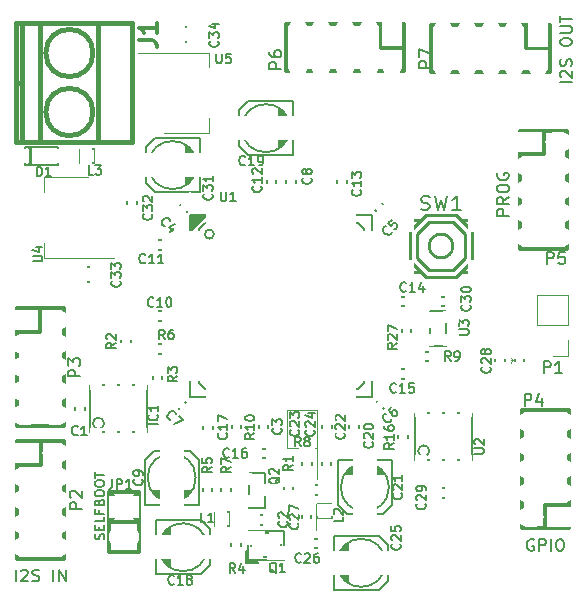
<source format=gto>
G04 #@! TF.FileFunction,Legend,Top*
%FSLAX46Y46*%
G04 Gerber Fmt 4.6, Leading zero omitted, Abs format (unit mm)*
G04 Created by KiCad (PCBNEW 4.0.5) date 08/31/17 21:58:28*
%MOMM*%
%LPD*%
G01*
G04 APERTURE LIST*
%ADD10C,0.100000*%
%ADD11C,0.200000*%
%ADD12C,0.254000*%
%ADD13C,0.149860*%
%ADD14C,0.127000*%
%ADD15C,0.120000*%
%ADD16C,0.304800*%
%ADD17C,0.150000*%
%ADD18C,0.381000*%
%ADD19C,0.152400*%
%ADD20C,0.203200*%
%ADD21C,0.300000*%
%ADD22C,0.040640*%
%ADD23R,1.400760X1.400760*%
%ADD24R,1.700480X0.699720*%
%ADD25R,0.699720X1.700480*%
%ADD26R,2.100000X2.100000*%
%ADD27O,2.100000X2.100000*%
%ADD28R,0.999440X2.398980*%
%ADD29R,1.400760X0.999440*%
%ADD30R,2.599640X1.924000*%
%ADD31O,2.599640X1.924000*%
%ADD32R,1.237160X1.037160*%
%ADD33R,1.500000X1.300000*%
%ADD34R,1.400760X1.299160*%
%ADD35R,1.299160X1.400760*%
%ADD36R,2.400000X4.200000*%
%ADD37R,2.400000X1.900000*%
%ADD38R,1.700000X2.200000*%
%ADD39O,1.700000X2.200000*%
%ADD40R,2.200000X1.700000*%
%ADD41O,2.200000X1.700000*%
%ADD42R,1.035000X1.416000*%
%ADD43R,1.416000X1.035000*%
%ADD44C,2.900000*%
%ADD45R,1.250900X1.250900*%
%ADD46R,1.700480X1.898600*%
%ADD47R,3.000960X2.000200*%
%ADD48R,2.000200X3.000960*%
%ADD49C,0.250000*%
G04 APERTURE END LIST*
D10*
X116760000Y-124120000D02*
X116760000Y-124110000D01*
X119300000Y-124120000D02*
X116760000Y-124120000D01*
X119300000Y-127340000D02*
X119300000Y-129980000D01*
X119300000Y-127380000D02*
X119300000Y-124120000D01*
X116760000Y-127350000D02*
X119300000Y-127350000D01*
X116760000Y-124110000D02*
X116760000Y-127350000D01*
D11*
X135529581Y-107652914D02*
X134529581Y-107652914D01*
X134529581Y-107271961D01*
X134577200Y-107176723D01*
X134624819Y-107129104D01*
X134720057Y-107081485D01*
X134862914Y-107081485D01*
X134958152Y-107129104D01*
X135005771Y-107176723D01*
X135053390Y-107271961D01*
X135053390Y-107652914D01*
X135529581Y-106081485D02*
X135053390Y-106414819D01*
X135529581Y-106652914D02*
X134529581Y-106652914D01*
X134529581Y-106271961D01*
X134577200Y-106176723D01*
X134624819Y-106129104D01*
X134720057Y-106081485D01*
X134862914Y-106081485D01*
X134958152Y-106129104D01*
X135005771Y-106176723D01*
X135053390Y-106271961D01*
X135053390Y-106652914D01*
X134529581Y-105462438D02*
X134529581Y-105271961D01*
X134577200Y-105176723D01*
X134672438Y-105081485D01*
X134862914Y-105033866D01*
X135196248Y-105033866D01*
X135386724Y-105081485D01*
X135481962Y-105176723D01*
X135529581Y-105271961D01*
X135529581Y-105462438D01*
X135481962Y-105557676D01*
X135386724Y-105652914D01*
X135196248Y-105700533D01*
X134862914Y-105700533D01*
X134672438Y-105652914D01*
X134577200Y-105557676D01*
X134529581Y-105462438D01*
X134577200Y-104081485D02*
X134529581Y-104176723D01*
X134529581Y-104319580D01*
X134577200Y-104462438D01*
X134672438Y-104557676D01*
X134767676Y-104605295D01*
X134958152Y-104652914D01*
X135101010Y-104652914D01*
X135291486Y-104605295D01*
X135386724Y-104557676D01*
X135481962Y-104462438D01*
X135529581Y-104319580D01*
X135529581Y-104224342D01*
X135481962Y-104081485D01*
X135434343Y-104033866D01*
X135101010Y-104033866D01*
X135101010Y-104224342D01*
X137633201Y-135085200D02*
X137537963Y-135037581D01*
X137395106Y-135037581D01*
X137252248Y-135085200D01*
X137157010Y-135180438D01*
X137109391Y-135275676D01*
X137061772Y-135466152D01*
X137061772Y-135609010D01*
X137109391Y-135799486D01*
X137157010Y-135894724D01*
X137252248Y-135989962D01*
X137395106Y-136037581D01*
X137490344Y-136037581D01*
X137633201Y-135989962D01*
X137680820Y-135942343D01*
X137680820Y-135609010D01*
X137490344Y-135609010D01*
X138109391Y-136037581D02*
X138109391Y-135037581D01*
X138490344Y-135037581D01*
X138585582Y-135085200D01*
X138633201Y-135132819D01*
X138680820Y-135228057D01*
X138680820Y-135370914D01*
X138633201Y-135466152D01*
X138585582Y-135513771D01*
X138490344Y-135561390D01*
X138109391Y-135561390D01*
X139109391Y-136037581D02*
X139109391Y-135037581D01*
X139776057Y-135037581D02*
X139966534Y-135037581D01*
X140061772Y-135085200D01*
X140157010Y-135180438D01*
X140204629Y-135370914D01*
X140204629Y-135704248D01*
X140157010Y-135894724D01*
X140061772Y-135989962D01*
X139966534Y-136037581D01*
X139776057Y-136037581D01*
X139680819Y-135989962D01*
X139585581Y-135894724D01*
X139537962Y-135704248D01*
X139537962Y-135370914D01*
X139585581Y-135180438D01*
X139680819Y-135085200D01*
X139776057Y-135037581D01*
X93815162Y-138628381D02*
X93815162Y-137628381D01*
X94243733Y-137723619D02*
X94291352Y-137676000D01*
X94386590Y-137628381D01*
X94624686Y-137628381D01*
X94719924Y-137676000D01*
X94767543Y-137723619D01*
X94815162Y-137818857D01*
X94815162Y-137914095D01*
X94767543Y-138056952D01*
X94196114Y-138628381D01*
X94815162Y-138628381D01*
X95196114Y-138580762D02*
X95338971Y-138628381D01*
X95577067Y-138628381D01*
X95672305Y-138580762D01*
X95719924Y-138533143D01*
X95767543Y-138437905D01*
X95767543Y-138342667D01*
X95719924Y-138247429D01*
X95672305Y-138199810D01*
X95577067Y-138152190D01*
X95386590Y-138104571D01*
X95291352Y-138056952D01*
X95243733Y-138009333D01*
X95196114Y-137914095D01*
X95196114Y-137818857D01*
X95243733Y-137723619D01*
X95291352Y-137676000D01*
X95386590Y-137628381D01*
X95624686Y-137628381D01*
X95767543Y-137676000D01*
X96958019Y-138628381D02*
X96958019Y-137628381D01*
X97434209Y-138628381D02*
X97434209Y-137628381D01*
X98005638Y-138628381D01*
X98005638Y-137628381D01*
X140863581Y-96386305D02*
X139863581Y-96386305D01*
X139958819Y-95957734D02*
X139911200Y-95910115D01*
X139863581Y-95814877D01*
X139863581Y-95576781D01*
X139911200Y-95481543D01*
X139958819Y-95433924D01*
X140054057Y-95386305D01*
X140149295Y-95386305D01*
X140292152Y-95433924D01*
X140863581Y-96005353D01*
X140863581Y-95386305D01*
X140815962Y-95005353D02*
X140863581Y-94862496D01*
X140863581Y-94624400D01*
X140815962Y-94529162D01*
X140768343Y-94481543D01*
X140673105Y-94433924D01*
X140577867Y-94433924D01*
X140482629Y-94481543D01*
X140435010Y-94529162D01*
X140387390Y-94624400D01*
X140339771Y-94814877D01*
X140292152Y-94910115D01*
X140244533Y-94957734D01*
X140149295Y-95005353D01*
X140054057Y-95005353D01*
X139958819Y-94957734D01*
X139911200Y-94910115D01*
X139863581Y-94814877D01*
X139863581Y-94576781D01*
X139911200Y-94433924D01*
X139863581Y-93052972D02*
X139863581Y-92862495D01*
X139911200Y-92767257D01*
X140006438Y-92672019D01*
X140196914Y-92624400D01*
X140530248Y-92624400D01*
X140720724Y-92672019D01*
X140815962Y-92767257D01*
X140863581Y-92862495D01*
X140863581Y-93052972D01*
X140815962Y-93148210D01*
X140720724Y-93243448D01*
X140530248Y-93291067D01*
X140196914Y-93291067D01*
X140006438Y-93243448D01*
X139911200Y-93148210D01*
X139863581Y-93052972D01*
X139863581Y-92195829D02*
X140673105Y-92195829D01*
X140768343Y-92148210D01*
X140815962Y-92100591D01*
X140863581Y-92005353D01*
X140863581Y-91814876D01*
X140815962Y-91719638D01*
X140768343Y-91672019D01*
X140673105Y-91624400D01*
X139863581Y-91624400D01*
X139863581Y-91291067D02*
X139863581Y-90719638D01*
X140863581Y-91005353D02*
X139863581Y-91005353D01*
D12*
X132194300Y-108734860D02*
X133093460Y-108734860D01*
X133093460Y-108734860D02*
X133093460Y-108036360D01*
X133093460Y-108036360D02*
X131493260Y-108036360D01*
X131493260Y-112435640D02*
X133093460Y-112435640D01*
X133093460Y-112435640D02*
X133093460Y-111737140D01*
X133093460Y-111737140D02*
X132194300Y-111737140D01*
X126494540Y-111737140D02*
X126494540Y-112435640D01*
X126494540Y-112435640D02*
X128094740Y-112435640D01*
X126494540Y-111737140D02*
X127393700Y-111737140D01*
X128094740Y-108036360D02*
X126494540Y-108036360D01*
X126494540Y-108036360D02*
X126494540Y-108734860D01*
X126494540Y-108734860D02*
X127393700Y-108734860D01*
X127795020Y-111236760D02*
X128793240Y-112234980D01*
X128793240Y-112234980D02*
X130794760Y-112234980D01*
X130794760Y-112234980D02*
X131792980Y-111236760D01*
X131792980Y-111236760D02*
X131792980Y-109235240D01*
X131792980Y-109235240D02*
X130794760Y-108237020D01*
X130794760Y-108237020D02*
X128793240Y-108237020D01*
X128793240Y-108237020D02*
X127795020Y-109235240D01*
X127795020Y-109235240D02*
X127795020Y-111236760D01*
X128493520Y-112836960D02*
X131094480Y-112836960D01*
X127193040Y-108935520D02*
X127193040Y-111536480D01*
X131094480Y-112836960D02*
X132394960Y-111536480D01*
X132394960Y-111536480D02*
X132394960Y-108935520D01*
X132394960Y-108935520D02*
X131094480Y-107635040D01*
X131094480Y-107635040D02*
X128493520Y-107635040D01*
X127193040Y-111536480D02*
X128493520Y-112836960D01*
X128493520Y-107635040D02*
X127193040Y-108935520D01*
X130794760Y-110236000D02*
G75*
G03X130794760Y-110236000I-1000760J0D01*
G01*
D13*
X108767880Y-107617260D02*
X108569760Y-107815380D01*
X108569760Y-108016040D02*
X108968540Y-107617260D01*
X109169200Y-107617260D02*
X108569760Y-108216700D01*
X108569760Y-108414820D02*
X109367320Y-107617260D01*
X109567980Y-107617260D02*
X108569760Y-108615480D01*
X108569760Y-108816140D02*
X109768640Y-107617260D01*
X108569760Y-109016800D02*
X108569760Y-107617260D01*
X108569760Y-107617260D02*
X109969300Y-107617260D01*
X109969300Y-107617260D02*
X108569760Y-109016800D01*
X109969300Y-123014740D02*
X108569760Y-123014740D01*
X108569760Y-123014740D02*
X108569760Y-121615200D01*
X123967240Y-121615200D02*
X123967240Y-123014740D01*
X123967240Y-123014740D02*
X122669300Y-123014740D01*
X122669300Y-123014740D02*
X122567700Y-123014740D01*
X122567700Y-107617260D02*
X123967240Y-107617260D01*
X123967240Y-107617260D02*
X123967240Y-109016800D01*
X109268260Y-108816140D02*
X109768640Y-108315760D01*
X109768640Y-108315760D02*
X122768360Y-108315760D01*
X122768360Y-108315760D02*
X123268740Y-108816140D01*
X123268740Y-108816140D02*
X123268740Y-121815860D01*
X123268740Y-121815860D02*
X122768360Y-122316240D01*
X122768360Y-122316240D02*
X109768640Y-122316240D01*
X109768640Y-122316240D02*
X109268260Y-121815860D01*
X109268260Y-121815860D02*
X109268260Y-108816140D01*
D14*
X110561120Y-109227620D02*
G75*
G03X110561120Y-109227620I-381000J0D01*
G01*
D15*
X140572800Y-116941600D02*
X140572800Y-114341600D01*
X140572800Y-114341600D02*
X137912800Y-114341600D01*
X137912800Y-114341600D02*
X137912800Y-116941600D01*
X137912800Y-116941600D02*
X140572800Y-116941600D01*
X140572800Y-118211600D02*
X140572800Y-119541600D01*
X140572800Y-119541600D02*
X139242800Y-119541600D01*
D14*
X127584200Y-124358400D02*
X127584200Y-128320800D01*
X127584200Y-128320800D02*
X132410200Y-128320800D01*
X132410200Y-128320800D02*
X132410200Y-124358400D01*
X132410200Y-124358400D02*
X127584200Y-124358400D01*
X128092200Y-124358400D02*
X128092200Y-123266200D01*
X129362200Y-124358400D02*
X129362200Y-123266200D01*
X130632200Y-124358400D02*
X130632200Y-123266200D01*
X131902200Y-123266200D02*
X131902200Y-124358400D01*
X131902200Y-128320800D02*
X131902200Y-129413000D01*
X130632200Y-129413000D02*
X130632200Y-128320800D01*
X129362200Y-129413000D02*
X129362200Y-128320800D01*
X128092200Y-129413000D02*
X128092200Y-128320800D01*
X128793267Y-127584200D02*
G75*
G03X128793267Y-127584200I-472467J0D01*
G01*
X113499900Y-131864100D02*
X112839500Y-131864100D01*
X113499900Y-129959100D02*
X112839500Y-129959100D01*
X114896900Y-130911600D02*
X115557300Y-130911600D01*
X114896900Y-129413000D02*
X114896900Y-132410200D01*
X114896900Y-132410200D02*
X113499900Y-132410200D01*
X113499900Y-132410200D02*
X113499900Y-129413000D01*
X113499900Y-129413000D02*
X114896900Y-129413000D01*
D16*
X104241600Y-133604000D02*
X101701600Y-133604000D01*
X101701600Y-133604000D02*
X104241600Y-131064000D01*
X101701600Y-131064000D02*
X104241600Y-133604000D01*
X101701600Y-136144000D02*
X101701600Y-131064000D01*
X104241600Y-131064000D02*
X104241600Y-136144000D01*
X101701600Y-131064000D02*
X104241600Y-131064000D01*
X104241600Y-136144000D02*
X101701600Y-136144000D01*
D17*
X113728500Y-134823200D02*
G75*
G03X113969800Y-134581900I0J241300D01*
G01*
X114273100Y-137072500D02*
X113973100Y-136772500D01*
X113273100Y-136072500D02*
X113573100Y-136372500D01*
X114273100Y-137072500D02*
X113273100Y-137072500D01*
X113273100Y-137072500D02*
X113273100Y-136072500D01*
X113373100Y-136172500D02*
X113373100Y-136972500D01*
X113373100Y-136972500D02*
X114173100Y-136972500D01*
X113473100Y-136872500D02*
X113473100Y-136272500D01*
X113473100Y-136872500D02*
X114073100Y-136872500D01*
X113944500Y-136550300D02*
G75*
G03X113744500Y-136350300I-200000J0D01*
G01*
X116189000Y-136363000D02*
G75*
G03X115989000Y-136563000I0J-200000D01*
G01*
X115972300Y-134569300D02*
G75*
G03X116172300Y-134769300I200000J0D01*
G01*
X113473100Y-134322500D02*
X116473100Y-134322500D01*
X116473100Y-134322500D02*
X116473100Y-136822500D01*
X116473100Y-136822500D02*
X113473100Y-136822500D01*
X113473100Y-136822500D02*
X113473100Y-134322500D01*
X113723100Y-134772500D02*
X113723100Y-136372500D01*
X113973100Y-136572500D02*
X115973100Y-136572500D01*
X116223100Y-136372500D02*
X116223100Y-134772500D01*
X115973100Y-134572500D02*
X113973100Y-134572500D01*
D14*
X104038400Y-106057700D02*
X103225600Y-106057700D01*
X103251000Y-107175300D02*
X104038400Y-107175300D01*
X103225600Y-107429300D02*
X103225600Y-105803700D01*
X103225600Y-105803700D02*
X104038400Y-105803700D01*
X104038400Y-105803700D02*
X104038400Y-107429300D01*
X104038400Y-107429300D02*
X103225600Y-107429300D01*
X129425700Y-114528600D02*
X129425700Y-115341400D01*
X130543300Y-115316000D02*
X130543300Y-114528600D01*
X130797300Y-115341400D02*
X129171700Y-115341400D01*
X129171700Y-115341400D02*
X129171700Y-114528600D01*
X129171700Y-114528600D02*
X130797300Y-114528600D01*
X130797300Y-114528600D02*
X130797300Y-115341400D01*
X130556000Y-131572000D02*
X130556000Y-130759200D01*
X129438400Y-130784600D02*
X129438400Y-131572000D01*
X129184400Y-130759200D02*
X130810000Y-130759200D01*
X130810000Y-130759200D02*
X130810000Y-131572000D01*
X130810000Y-131572000D02*
X129184400Y-131572000D01*
X129184400Y-131572000D02*
X129184400Y-130759200D01*
X134391400Y-120484900D02*
X135204200Y-120484900D01*
X135178800Y-119367300D02*
X134391400Y-119367300D01*
X135204200Y-119113300D02*
X135204200Y-120738900D01*
X135204200Y-120738900D02*
X134391400Y-120738900D01*
X134391400Y-120738900D02*
X134391400Y-119113300D01*
X134391400Y-119113300D02*
X135204200Y-119113300D01*
X118808500Y-132626100D02*
X117995700Y-132626100D01*
X118021100Y-133743700D02*
X118808500Y-133743700D01*
X117995700Y-133997700D02*
X117995700Y-132372100D01*
X117995700Y-132372100D02*
X118808500Y-132372100D01*
X118808500Y-132372100D02*
X118808500Y-133997700D01*
X118808500Y-133997700D02*
X117995700Y-133997700D01*
X119786400Y-135813800D02*
X119786400Y-135001000D01*
X118668800Y-135026400D02*
X118668800Y-135813800D01*
X118414800Y-135001000D02*
X120040400Y-135001000D01*
X120040400Y-135001000D02*
X120040400Y-135813800D01*
X120040400Y-135813800D02*
X118414800Y-135813800D01*
X118414800Y-135813800D02*
X118414800Y-135001000D01*
X120497600Y-128117600D02*
X119684800Y-128117600D01*
X119710200Y-129235200D02*
X120497600Y-129235200D01*
X119684800Y-129489200D02*
X119684800Y-127863600D01*
X119684800Y-127863600D02*
X120497600Y-127863600D01*
X120497600Y-127863600D02*
X120497600Y-129489200D01*
X120497600Y-129489200D02*
X119684800Y-129489200D01*
X118872000Y-128117600D02*
X118059200Y-128117600D01*
X118084600Y-129235200D02*
X118872000Y-129235200D01*
X118059200Y-129489200D02*
X118059200Y-127863600D01*
X118059200Y-127863600D02*
X118872000Y-127863600D01*
X118872000Y-127863600D02*
X118872000Y-129489200D01*
X118872000Y-129489200D02*
X118059200Y-129489200D01*
X119735600Y-126136400D02*
X120548400Y-126136400D01*
X120523000Y-125018800D02*
X119735600Y-125018800D01*
X120548400Y-124764800D02*
X120548400Y-126390400D01*
X120548400Y-126390400D02*
X119735600Y-126390400D01*
X119735600Y-126390400D02*
X119735600Y-124764800D01*
X119735600Y-124764800D02*
X120548400Y-124764800D01*
X122021600Y-126136400D02*
X122834400Y-126136400D01*
X122809000Y-125018800D02*
X122021600Y-125018800D01*
X122834400Y-124764800D02*
X122834400Y-126390400D01*
X122834400Y-126390400D02*
X122021600Y-126390400D01*
X122021600Y-126390400D02*
X122021600Y-124764800D01*
X122021600Y-124764800D02*
X122834400Y-124764800D01*
X109677200Y-126187200D02*
X110490000Y-126187200D01*
X110464600Y-125069600D02*
X109677200Y-125069600D01*
X110490000Y-124815600D02*
X110490000Y-126441200D01*
X110490000Y-126441200D02*
X109677200Y-126441200D01*
X109677200Y-126441200D02*
X109677200Y-124815600D01*
X109677200Y-124815600D02*
X110490000Y-124815600D01*
X115366800Y-128219200D02*
X115366800Y-127406400D01*
X114249200Y-127431800D02*
X114249200Y-128219200D01*
X113995200Y-127406400D02*
X115620800Y-127406400D01*
X115620800Y-127406400D02*
X115620800Y-128219200D01*
X115620800Y-128219200D02*
X113995200Y-128219200D01*
X113995200Y-128219200D02*
X113995200Y-127406400D01*
X125996700Y-120688100D02*
X125996700Y-121500900D01*
X127114300Y-121475500D02*
X127114300Y-120688100D01*
X127368300Y-121500900D02*
X125742700Y-121500900D01*
X125742700Y-121500900D02*
X125742700Y-120688100D01*
X125742700Y-120688100D02*
X127368300Y-120688100D01*
X127368300Y-120688100D02*
X127368300Y-121500900D01*
X125996700Y-114528600D02*
X125996700Y-115341400D01*
X127114300Y-115316000D02*
X127114300Y-114528600D01*
X127368300Y-115341400D02*
X125742700Y-115341400D01*
X125742700Y-115341400D02*
X125742700Y-114528600D01*
X125742700Y-114528600D02*
X127368300Y-114528600D01*
X127368300Y-114528600D02*
X127368300Y-115341400D01*
X121005600Y-105397300D02*
X121818400Y-105397300D01*
X121793000Y-104279700D02*
X121005600Y-104279700D01*
X121818400Y-104025700D02*
X121818400Y-105651300D01*
X121818400Y-105651300D02*
X121005600Y-105651300D01*
X121005600Y-105651300D02*
X121005600Y-104025700D01*
X121005600Y-104025700D02*
X121818400Y-104025700D01*
X115036600Y-105397300D02*
X115849400Y-105397300D01*
X115824000Y-104279700D02*
X115036600Y-104279700D01*
X115849400Y-104025700D02*
X115849400Y-105651300D01*
X115849400Y-105651300D02*
X115036600Y-105651300D01*
X115036600Y-105651300D02*
X115036600Y-104025700D01*
X115036600Y-104025700D02*
X115849400Y-104025700D01*
X106540300Y-110578900D02*
X106540300Y-109766100D01*
X105422700Y-109791500D02*
X105422700Y-110578900D01*
X105168700Y-109766100D02*
X106794300Y-109766100D01*
X106794300Y-109766100D02*
X106794300Y-110578900D01*
X106794300Y-110578900D02*
X105168700Y-110578900D01*
X105168700Y-110578900D02*
X105168700Y-109766100D01*
X106540300Y-116547900D02*
X106540300Y-115735100D01*
X105422700Y-115760500D02*
X105422700Y-116547900D01*
X105168700Y-115735100D02*
X106794300Y-115735100D01*
X106794300Y-115735100D02*
X106794300Y-116547900D01*
X106794300Y-116547900D02*
X105168700Y-116547900D01*
X105168700Y-116547900D02*
X105168700Y-115735100D01*
X116687600Y-105397300D02*
X117500400Y-105397300D01*
X117475000Y-104279700D02*
X116687600Y-104279700D01*
X117500400Y-104025700D02*
X117500400Y-105651300D01*
X117500400Y-105651300D02*
X116687600Y-105651300D01*
X116687600Y-105651300D02*
X116687600Y-104025700D01*
X116687600Y-104025700D02*
X117500400Y-104025700D01*
X107778737Y-123079001D02*
X107204001Y-123653737D01*
X108012224Y-124426039D02*
X108568999Y-123869263D01*
X108173868Y-124623605D02*
X107024395Y-123474132D01*
X107024395Y-123474132D02*
X107599132Y-122899395D01*
X107599132Y-122899395D02*
X108748605Y-124048868D01*
X108748605Y-124048868D02*
X108173868Y-124623605D01*
X123968001Y-123805763D02*
X124542737Y-124380499D01*
X125315039Y-123572276D02*
X124758263Y-123015501D01*
X125512605Y-123410632D02*
X124363132Y-124560105D01*
X124363132Y-124560105D02*
X123788395Y-123985368D01*
X123788395Y-123985368D02*
X124937868Y-122835895D01*
X124937868Y-122835895D02*
X125512605Y-123410632D01*
X124631263Y-107616499D02*
X125205999Y-107041763D01*
X124397776Y-106269461D02*
X123841001Y-106826237D01*
X124236132Y-106071895D02*
X125385605Y-107221368D01*
X125385605Y-107221368D02*
X124810868Y-107796105D01*
X124810868Y-107796105D02*
X123661395Y-106646632D01*
X123661395Y-106646632D02*
X124236132Y-106071895D01*
X108695999Y-106953237D02*
X108121263Y-106378501D01*
X107348961Y-107186724D02*
X107905737Y-107743499D01*
X107151395Y-107348368D02*
X108300868Y-106198895D01*
X108300868Y-106198895D02*
X108875605Y-106773632D01*
X108875605Y-106773632D02*
X107726132Y-107923105D01*
X107726132Y-107923105D02*
X107151395Y-107348368D01*
X115163600Y-124968000D02*
X114350800Y-124968000D01*
X114376200Y-126085600D02*
X115163600Y-126085600D01*
X114350800Y-126339600D02*
X114350800Y-124714000D01*
X114350800Y-124714000D02*
X115163600Y-124714000D01*
X115163600Y-124714000D02*
X115163600Y-126339600D01*
X115163600Y-126339600D02*
X114350800Y-126339600D01*
X114033300Y-133007100D02*
X114033300Y-133819900D01*
X115150900Y-133794500D02*
X115150900Y-133007100D01*
X115404900Y-133819900D02*
X113779300Y-133819900D01*
X113779300Y-133819900D02*
X113779300Y-133007100D01*
X113779300Y-133007100D02*
X115404900Y-133007100D01*
X115404900Y-133007100D02*
X115404900Y-133819900D01*
X98806000Y-124561600D02*
X99618800Y-124561600D01*
X99593400Y-123444000D02*
X98806000Y-123444000D01*
X99618800Y-123190000D02*
X99618800Y-124815600D01*
X99618800Y-124815600D02*
X98806000Y-124815600D01*
X98806000Y-124815600D02*
X98806000Y-123190000D01*
X98806000Y-123190000D02*
X99618800Y-123190000D01*
D15*
X110114000Y-100692000D02*
X110114000Y-99432000D01*
X110114000Y-93872000D02*
X110114000Y-95132000D01*
X106354000Y-100692000D02*
X110114000Y-100692000D01*
X104104000Y-93872000D02*
X110114000Y-93872000D01*
X96134000Y-104413000D02*
X96134000Y-105673000D01*
X96134000Y-111233000D02*
X96134000Y-109973000D01*
X99894000Y-104413000D02*
X96134000Y-104413000D01*
X102144000Y-111233000D02*
X96134000Y-111233000D01*
D14*
X128181100Y-116078000D02*
X128181100Y-116865400D01*
X128841500Y-116865400D02*
X128181100Y-116865400D01*
X130238500Y-116268500D02*
X130898900Y-116268500D01*
X128841500Y-118173500D02*
X128181100Y-118173500D01*
X128841500Y-116078000D02*
X128181100Y-116078000D01*
X130238500Y-118173500D02*
X130898900Y-118173500D01*
X130238500Y-115722400D02*
X130238500Y-118719600D01*
X130238500Y-118719600D02*
X128841500Y-118719600D01*
X128841500Y-118719600D02*
X128841500Y-115722400D01*
X128841500Y-115722400D02*
X130238500Y-115722400D01*
D16*
X138982200Y-93510400D02*
X136982200Y-93510400D01*
X128982200Y-95510400D02*
X128982200Y-91510400D01*
X128982200Y-91510400D02*
X138982200Y-91510400D01*
X138982200Y-95510400D02*
X128982200Y-95510400D01*
X138982200Y-91510400D02*
X138982200Y-95510400D01*
X136982200Y-93510400D02*
X136982200Y-91510400D01*
X126666600Y-93457700D02*
X124666600Y-93457700D01*
X116666600Y-95457700D02*
X116666600Y-91457700D01*
X116666600Y-91457700D02*
X126666600Y-91457700D01*
X126666600Y-95457700D02*
X116666600Y-95457700D01*
X126666600Y-91457700D02*
X126666600Y-95457700D01*
X124666600Y-93457700D02*
X124666600Y-91457700D01*
X138480800Y-100460800D02*
X138480800Y-102460800D01*
X140480800Y-110460800D02*
X136480800Y-110460800D01*
X136480800Y-110460800D02*
X136480800Y-100460800D01*
X140480800Y-100460800D02*
X140480800Y-110460800D01*
X136480800Y-100460800D02*
X140480800Y-100460800D01*
X138480800Y-102460800D02*
X136480800Y-102460800D01*
X138633200Y-134146300D02*
X138633200Y-132146300D01*
X136633200Y-124146300D02*
X140633200Y-124146300D01*
X140633200Y-124146300D02*
X140633200Y-134146300D01*
X136633200Y-134146300D02*
X136633200Y-124146300D01*
X140633200Y-134146300D02*
X136633200Y-134146300D01*
X138633200Y-132146300D02*
X140633200Y-132146300D01*
X95859600Y-115510300D02*
X95859600Y-117510300D01*
X97859600Y-125510300D02*
X93859600Y-125510300D01*
X93859600Y-125510300D02*
X93859600Y-115510300D01*
X97859600Y-115510300D02*
X97859600Y-125510300D01*
X93859600Y-115510300D02*
X97859600Y-115510300D01*
X95859600Y-117510300D02*
X93859600Y-117510300D01*
X95897700Y-126749800D02*
X95897700Y-128749800D01*
X97897700Y-136749800D02*
X93897700Y-136749800D01*
X93897700Y-136749800D02*
X93897700Y-126749800D01*
X97897700Y-126749800D02*
X97897700Y-136749800D01*
X93897700Y-126749800D02*
X97897700Y-126749800D01*
X95897700Y-128749800D02*
X93897700Y-128749800D01*
D13*
X100530660Y-103215440D02*
X100530660Y-102016560D01*
X100129340Y-102016560D02*
X100129340Y-103215440D01*
X99230180Y-102016560D02*
X101429820Y-102016560D01*
X101429820Y-102016560D02*
X101429820Y-103215440D01*
X101429820Y-103215440D02*
X99230180Y-103215440D01*
X99230180Y-103215440D02*
X99230180Y-102016560D01*
X120525540Y-132984240D02*
X119326660Y-132984240D01*
X119326660Y-133385560D02*
X120525540Y-133385560D01*
X119326660Y-134284720D02*
X119326660Y-132085080D01*
X119326660Y-132085080D02*
X120525540Y-132085080D01*
X120525540Y-132085080D02*
X120525540Y-134284720D01*
X120525540Y-134284720D02*
X119326660Y-134284720D01*
X111960660Y-133949440D02*
X111960660Y-132750560D01*
X111559340Y-132750560D02*
X111559340Y-133949440D01*
X110660180Y-132750560D02*
X112859820Y-132750560D01*
X112859820Y-132750560D02*
X112859820Y-133949440D01*
X112859820Y-133949440D02*
X110660180Y-133949440D01*
X110660180Y-133949440D02*
X110660180Y-132750560D01*
D18*
X94325000Y-96393000D02*
X93825000Y-96393000D01*
X100325000Y-98893000D02*
G75*
G03X100325000Y-98893000I-2000000J0D01*
G01*
X100325000Y-93893000D02*
G75*
G03X100325000Y-93893000I-2000000J0D01*
G01*
X95825000Y-91393000D02*
X95825000Y-101393000D01*
X100725000Y-91393000D02*
X100725000Y-101393000D01*
X94325000Y-91393000D02*
X94325000Y-101393000D01*
X93825000Y-91393000D02*
X93825000Y-101393000D01*
X93825000Y-101393000D02*
X103625000Y-101393000D01*
X103625000Y-101393000D02*
X103625000Y-91393000D01*
X103625000Y-91393000D02*
X93825000Y-91393000D01*
D14*
X95049340Y-101815900D02*
X95049340Y-103416100D01*
X94947740Y-103416100D02*
X94947740Y-101815900D01*
X97348040Y-103416100D02*
X94548960Y-103416100D01*
X94548960Y-103416100D02*
X94548960Y-101815900D01*
X94548960Y-101815900D02*
X97348040Y-101815900D01*
X97348040Y-101815900D02*
X97348040Y-103416100D01*
X108839000Y-91694000D02*
X108839000Y-92964000D01*
X107569000Y-91694000D02*
X107569000Y-92938600D01*
X107188000Y-91694000D02*
X109220000Y-91694000D01*
X109220000Y-91694000D02*
X109220000Y-92964000D01*
X109220000Y-92964000D02*
X107188000Y-92964000D01*
X107188000Y-92964000D02*
X107188000Y-91694000D01*
X99314000Y-113284000D02*
X99314000Y-112014000D01*
X100584000Y-113284000D02*
X100584000Y-112039400D01*
X100965000Y-113284000D02*
X98933000Y-113284000D01*
X98933000Y-113284000D02*
X98933000Y-112014000D01*
X98933000Y-112014000D02*
X100965000Y-112014000D01*
X100965000Y-112014000D02*
X100965000Y-113284000D01*
X105410000Y-103378000D02*
X106172000Y-103378000D01*
X105791000Y-103759000D02*
X105791000Y-102997000D01*
X105537000Y-101092000D02*
X109347000Y-101092000D01*
X104775000Y-104902000D02*
X104775000Y-101854000D01*
X105537000Y-101092000D02*
X104775000Y-101854000D01*
X105537000Y-105664000D02*
X109347000Y-105664000D01*
X105537000Y-105664000D02*
X104775000Y-104902000D01*
X109093000Y-103251000D02*
X109093000Y-103505000D01*
X108966000Y-104013000D02*
X108966000Y-102743000D01*
X108839000Y-102489000D02*
X108839000Y-104267000D01*
X108712000Y-102235000D02*
X108712000Y-104521000D01*
X108585000Y-104648000D02*
X108585000Y-102108000D01*
X108458000Y-101981000D02*
X108458000Y-104775000D01*
X108331000Y-104902000D02*
X108331000Y-101854000D01*
X108204000Y-105029000D02*
X108204000Y-101727000D01*
X109093000Y-103378000D02*
G75*
G03X109093000Y-103378000I-2032000J0D01*
G01*
X109347000Y-105664000D02*
X109347000Y-101092000D01*
X124688600Y-137058400D02*
X123926600Y-137058400D01*
X124307600Y-136677400D02*
X124307600Y-137439400D01*
X124561600Y-139344400D02*
X120751600Y-139344400D01*
X125323600Y-135534400D02*
X125323600Y-138582400D01*
X124561600Y-139344400D02*
X125323600Y-138582400D01*
X124561600Y-134772400D02*
X120751600Y-134772400D01*
X124561600Y-134772400D02*
X125323600Y-135534400D01*
X121005600Y-137185400D02*
X121005600Y-136931400D01*
X121132600Y-136423400D02*
X121132600Y-137693400D01*
X121259600Y-137947400D02*
X121259600Y-136169400D01*
X121386600Y-138201400D02*
X121386600Y-135915400D01*
X121513600Y-135788400D02*
X121513600Y-138328400D01*
X121640600Y-138455400D02*
X121640600Y-135661400D01*
X121767600Y-135534400D02*
X121767600Y-138582400D01*
X121894600Y-135407400D02*
X121894600Y-138709400D01*
X125069600Y-137058400D02*
G75*
G03X125069600Y-137058400I-2032000J0D01*
G01*
X120751600Y-134772400D02*
X120751600Y-139344400D01*
X123342400Y-132308600D02*
X123342400Y-131546600D01*
X123723400Y-131927600D02*
X122961400Y-131927600D01*
X121056400Y-132181600D02*
X121056400Y-128371600D01*
X124866400Y-132943600D02*
X121818400Y-132943600D01*
X121056400Y-132181600D02*
X121818400Y-132943600D01*
X125628400Y-132181600D02*
X125628400Y-128371600D01*
X125628400Y-132181600D02*
X124866400Y-132943600D01*
X123215400Y-128625600D02*
X123469400Y-128625600D01*
X123977400Y-128752600D02*
X122707400Y-128752600D01*
X122453400Y-128879600D02*
X124231400Y-128879600D01*
X122199400Y-129006600D02*
X124485400Y-129006600D01*
X124612400Y-129133600D02*
X122072400Y-129133600D01*
X121945400Y-129260600D02*
X124739400Y-129260600D01*
X124866400Y-129387600D02*
X121818400Y-129387600D01*
X124993400Y-129514600D02*
X121691400Y-129514600D01*
X125374400Y-130657600D02*
G75*
G03X125374400Y-130657600I-2032000J0D01*
G01*
X125628400Y-128371600D02*
X121056400Y-128371600D01*
X113309400Y-100253800D02*
X114071400Y-100253800D01*
X113690400Y-100634800D02*
X113690400Y-99872800D01*
X113436400Y-97967800D02*
X117246400Y-97967800D01*
X112674400Y-101777800D02*
X112674400Y-98729800D01*
X113436400Y-97967800D02*
X112674400Y-98729800D01*
X113436400Y-102539800D02*
X117246400Y-102539800D01*
X113436400Y-102539800D02*
X112674400Y-101777800D01*
X116992400Y-100126800D02*
X116992400Y-100380800D01*
X116865400Y-100888800D02*
X116865400Y-99618800D01*
X116738400Y-99364800D02*
X116738400Y-101142800D01*
X116611400Y-99110800D02*
X116611400Y-101396800D01*
X116484400Y-101523800D02*
X116484400Y-98983800D01*
X116357400Y-98856800D02*
X116357400Y-101650800D01*
X116230400Y-101777800D02*
X116230400Y-98729800D01*
X116103400Y-101904800D02*
X116103400Y-98602800D01*
X116992400Y-100253800D02*
G75*
G03X116992400Y-100253800I-2032000J0D01*
G01*
X117246400Y-102539800D02*
X117246400Y-97967800D01*
X109601000Y-135737600D02*
X108839000Y-135737600D01*
X109220000Y-135356600D02*
X109220000Y-136118600D01*
X109474000Y-138023600D02*
X105664000Y-138023600D01*
X110236000Y-134213600D02*
X110236000Y-137261600D01*
X109474000Y-138023600D02*
X110236000Y-137261600D01*
X109474000Y-133451600D02*
X105664000Y-133451600D01*
X109474000Y-133451600D02*
X110236000Y-134213600D01*
X105918000Y-135864600D02*
X105918000Y-135610600D01*
X106045000Y-135102600D02*
X106045000Y-136372600D01*
X106172000Y-136626600D02*
X106172000Y-134848600D01*
X106299000Y-136880600D02*
X106299000Y-134594600D01*
X106426000Y-134467600D02*
X106426000Y-137007600D01*
X106553000Y-137134600D02*
X106553000Y-134340600D01*
X106680000Y-134213600D02*
X106680000Y-137261600D01*
X106807000Y-134086600D02*
X106807000Y-137388600D01*
X109982000Y-135737600D02*
G75*
G03X109982000Y-135737600I-2032000J0D01*
G01*
X105664000Y-133451600D02*
X105664000Y-138023600D01*
X106984800Y-128193800D02*
X106984800Y-128955800D01*
X106603800Y-128574800D02*
X107365800Y-128574800D01*
X109270800Y-128320800D02*
X109270800Y-132130800D01*
X105460800Y-127558800D02*
X108508800Y-127558800D01*
X109270800Y-128320800D02*
X108508800Y-127558800D01*
X104698800Y-128320800D02*
X104698800Y-132130800D01*
X104698800Y-128320800D02*
X105460800Y-127558800D01*
X107111800Y-131876800D02*
X106857800Y-131876800D01*
X106349800Y-131749800D02*
X107619800Y-131749800D01*
X107873800Y-131622800D02*
X106095800Y-131622800D01*
X108127800Y-131495800D02*
X105841800Y-131495800D01*
X105714800Y-131368800D02*
X108254800Y-131368800D01*
X108381800Y-131241800D02*
X105587800Y-131241800D01*
X105460800Y-131114800D02*
X108508800Y-131114800D01*
X105333800Y-130987800D02*
X108635800Y-130987800D01*
X109016800Y-129844800D02*
G75*
G03X109016800Y-129844800I-2032000J0D01*
G01*
X104698800Y-132130800D02*
X109270800Y-132130800D01*
X100050600Y-122021600D02*
X100050600Y-125984000D01*
X100050600Y-125984000D02*
X104876600Y-125984000D01*
X104876600Y-125984000D02*
X104876600Y-122021600D01*
X104876600Y-122021600D02*
X100050600Y-122021600D01*
X100558600Y-122021600D02*
X100558600Y-120929400D01*
X101828600Y-122021600D02*
X101828600Y-120929400D01*
X103098600Y-122021600D02*
X103098600Y-120929400D01*
X104368600Y-120929400D02*
X104368600Y-122021600D01*
X104368600Y-125984000D02*
X104368600Y-127076200D01*
X103098600Y-127076200D02*
X103098600Y-125984000D01*
X101828600Y-127076200D02*
X101828600Y-125984000D01*
X100558600Y-127076200D02*
X100558600Y-125984000D01*
X101259667Y-125247400D02*
G75*
G03X101259667Y-125247400I-472467J0D01*
G01*
X109626400Y-131470400D02*
X110439200Y-131470400D01*
X110413800Y-130352800D02*
X109626400Y-130352800D01*
X110439200Y-130098800D02*
X110439200Y-131724400D01*
X110439200Y-131724400D02*
X109626400Y-131724400D01*
X109626400Y-131724400D02*
X109626400Y-130098800D01*
X109626400Y-130098800D02*
X110439200Y-130098800D01*
X126466600Y-117970300D02*
X127279400Y-117970300D01*
X127254000Y-116852700D02*
X126466600Y-116852700D01*
X127279400Y-116598700D02*
X127279400Y-118224300D01*
X127279400Y-118224300D02*
X126466600Y-118224300D01*
X126466600Y-118224300D02*
X126466600Y-116598700D01*
X126466600Y-116598700D02*
X127279400Y-116598700D01*
X127000000Y-125831600D02*
X126187200Y-125831600D01*
X126212600Y-126949200D02*
X127000000Y-126949200D01*
X126187200Y-127203200D02*
X126187200Y-125577600D01*
X126187200Y-125577600D02*
X127000000Y-125577600D01*
X127000000Y-125577600D02*
X127000000Y-127203200D01*
X127000000Y-127203200D02*
X126187200Y-127203200D01*
X136855200Y-119367300D02*
X136042400Y-119367300D01*
X136067800Y-120484900D02*
X136855200Y-120484900D01*
X136042400Y-120738900D02*
X136042400Y-119113300D01*
X136042400Y-119113300D02*
X136855200Y-119113300D01*
X136855200Y-119113300D02*
X136855200Y-120738900D01*
X136855200Y-120738900D02*
X136042400Y-120738900D01*
X112877600Y-124968000D02*
X112064800Y-124968000D01*
X112090200Y-126085600D02*
X112877600Y-126085600D01*
X112064800Y-126339600D02*
X112064800Y-124714000D01*
X112064800Y-124714000D02*
X112877600Y-124714000D01*
X112877600Y-124714000D02*
X112877600Y-126339600D01*
X112877600Y-126339600D02*
X112064800Y-126339600D01*
X129133600Y-119989600D02*
X129133600Y-119176800D01*
X128016000Y-119202200D02*
X128016000Y-119989600D01*
X127762000Y-119176800D02*
X129387600Y-119176800D01*
X129387600Y-119176800D02*
X129387600Y-119989600D01*
X129387600Y-119989600D02*
X127762000Y-119989600D01*
X127762000Y-119989600D02*
X127762000Y-119176800D01*
X118681500Y-130492500D02*
X118681500Y-131305300D01*
X119799100Y-131279900D02*
X119799100Y-130492500D01*
X120053100Y-131305300D02*
X118427500Y-131305300D01*
X118427500Y-131305300D02*
X118427500Y-130492500D01*
X118427500Y-130492500D02*
X120053100Y-130492500D01*
X120053100Y-130492500D02*
X120053100Y-131305300D01*
X111201200Y-131470400D02*
X112014000Y-131470400D01*
X111988600Y-130352800D02*
X111201200Y-130352800D01*
X112014000Y-130098800D02*
X112014000Y-131724400D01*
X112014000Y-131724400D02*
X111201200Y-131724400D01*
X111201200Y-131724400D02*
X111201200Y-130098800D01*
X111201200Y-130098800D02*
X112014000Y-130098800D01*
X106540300Y-119341900D02*
X106540300Y-118529100D01*
X105422700Y-118554500D02*
X105422700Y-119341900D01*
X105168700Y-118529100D02*
X106794300Y-118529100D01*
X106794300Y-118529100D02*
X106794300Y-119341900D01*
X106794300Y-119341900D02*
X105168700Y-119341900D01*
X105168700Y-119341900D02*
X105168700Y-118529100D01*
X112839500Y-135013700D02*
X112026700Y-135013700D01*
X112052100Y-136131300D02*
X112839500Y-136131300D01*
X112026700Y-136385300D02*
X112026700Y-134759700D01*
X112026700Y-134759700D02*
X112839500Y-134759700D01*
X112839500Y-134759700D02*
X112839500Y-136385300D01*
X112839500Y-136385300D02*
X112026700Y-136385300D01*
X105384600Y-121970800D02*
X106197400Y-121970800D01*
X106172000Y-120853200D02*
X105384600Y-120853200D01*
X106197400Y-120599200D02*
X106197400Y-122224800D01*
X106197400Y-122224800D02*
X105384600Y-122224800D01*
X105384600Y-122224800D02*
X105384600Y-120599200D01*
X105384600Y-120599200D02*
X106197400Y-120599200D01*
X103530400Y-117754400D02*
X102717600Y-117754400D01*
X102743000Y-118872000D02*
X103530400Y-118872000D01*
X102717600Y-119126000D02*
X102717600Y-117500400D01*
X102717600Y-117500400D02*
X103530400Y-117500400D01*
X103530400Y-117500400D02*
X103530400Y-119126000D01*
X103530400Y-119126000D02*
X102717600Y-119126000D01*
X116484400Y-131318000D02*
X117297200Y-131318000D01*
X117271800Y-130200400D02*
X116484400Y-130200400D01*
X117297200Y-129946400D02*
X117297200Y-131572000D01*
X117297200Y-131572000D02*
X116484400Y-131572000D01*
X116484400Y-131572000D02*
X116484400Y-129946400D01*
X116484400Y-129946400D02*
X117297200Y-129946400D01*
D19*
X128100667Y-107099463D02*
X128282095Y-107153891D01*
X128584476Y-107153891D01*
X128705429Y-107099463D01*
X128765905Y-107045034D01*
X128826381Y-106936177D01*
X128826381Y-106827320D01*
X128765905Y-106718463D01*
X128705429Y-106664034D01*
X128584476Y-106609606D01*
X128342572Y-106555177D01*
X128221619Y-106500749D01*
X128161143Y-106446320D01*
X128100667Y-106337463D01*
X128100667Y-106228606D01*
X128161143Y-106119749D01*
X128221619Y-106065320D01*
X128342572Y-106010891D01*
X128644952Y-106010891D01*
X128826381Y-106065320D01*
X129249715Y-106010891D02*
X129552096Y-107153891D01*
X129794000Y-106337463D01*
X130035905Y-107153891D01*
X130338286Y-106010891D01*
X131487334Y-107153891D02*
X130761620Y-107153891D01*
X131124477Y-107153891D02*
X131124477Y-106010891D01*
X131003525Y-106174177D01*
X130882572Y-106283034D01*
X130761620Y-106337463D01*
D17*
X111150476Y-105632305D02*
X111150476Y-106279924D01*
X111188571Y-106356114D01*
X111226667Y-106394210D01*
X111302857Y-106432305D01*
X111455238Y-106432305D01*
X111531429Y-106394210D01*
X111569524Y-106356114D01*
X111607619Y-106279924D01*
X111607619Y-105632305D01*
X112407619Y-106432305D02*
X111950476Y-106432305D01*
X112179047Y-106432305D02*
X112179047Y-105632305D01*
X112102857Y-105746590D01*
X112026666Y-105822781D01*
X111950476Y-105860876D01*
X138504705Y-120993981D02*
X138504705Y-119993981D01*
X138885658Y-119993981D01*
X138980896Y-120041600D01*
X139028515Y-120089219D01*
X139076134Y-120184457D01*
X139076134Y-120327314D01*
X139028515Y-120422552D01*
X138980896Y-120470171D01*
X138885658Y-120517790D01*
X138504705Y-120517790D01*
X140028515Y-120993981D02*
X139457086Y-120993981D01*
X139742800Y-120993981D02*
X139742800Y-119993981D01*
X139647562Y-120136838D01*
X139552324Y-120232076D01*
X139457086Y-120279695D01*
X132607105Y-127812724D02*
X133254724Y-127812724D01*
X133330914Y-127774629D01*
X133369010Y-127736533D01*
X133407105Y-127660343D01*
X133407105Y-127507962D01*
X133369010Y-127431771D01*
X133330914Y-127393676D01*
X133254724Y-127355581D01*
X132607105Y-127355581D01*
X132683295Y-127012724D02*
X132645200Y-126974629D01*
X132607105Y-126898438D01*
X132607105Y-126707962D01*
X132645200Y-126631772D01*
X132683295Y-126593676D01*
X132759486Y-126555581D01*
X132835676Y-126555581D01*
X132949962Y-126593676D01*
X133407105Y-127050819D01*
X133407105Y-126555581D01*
X116118095Y-129796190D02*
X116080000Y-129872381D01*
X116003810Y-129948571D01*
X115889524Y-130062857D01*
X115851429Y-130139048D01*
X115851429Y-130215238D01*
X116041905Y-130177143D02*
X116003810Y-130253333D01*
X115927619Y-130329524D01*
X115775238Y-130367619D01*
X115508571Y-130367619D01*
X115356190Y-130329524D01*
X115280000Y-130253333D01*
X115241905Y-130177143D01*
X115241905Y-130024762D01*
X115280000Y-129948571D01*
X115356190Y-129872381D01*
X115508571Y-129834286D01*
X115775238Y-129834286D01*
X115927619Y-129872381D01*
X116003810Y-129948571D01*
X116041905Y-130024762D01*
X116041905Y-130177143D01*
X115318095Y-129529524D02*
X115280000Y-129491429D01*
X115241905Y-129415238D01*
X115241905Y-129224762D01*
X115280000Y-129148572D01*
X115318095Y-129110476D01*
X115394286Y-129072381D01*
X115470476Y-129072381D01*
X115584762Y-129110476D01*
X116041905Y-129567619D01*
X116041905Y-129072381D01*
X101973334Y-129971905D02*
X101973334Y-130543333D01*
X101935238Y-130657619D01*
X101859048Y-130733810D01*
X101744762Y-130771905D01*
X101668572Y-130771905D01*
X102354286Y-130771905D02*
X102354286Y-129971905D01*
X102659048Y-129971905D01*
X102735239Y-130010000D01*
X102773334Y-130048095D01*
X102811429Y-130124286D01*
X102811429Y-130238571D01*
X102773334Y-130314762D01*
X102735239Y-130352857D01*
X102659048Y-130390952D01*
X102354286Y-130390952D01*
X103573334Y-130771905D02*
X103116191Y-130771905D01*
X103344762Y-130771905D02*
X103344762Y-129971905D01*
X103268572Y-130086190D01*
X103192381Y-130162381D01*
X103116191Y-130200476D01*
X101253810Y-135060000D02*
X101291905Y-134945714D01*
X101291905Y-134755238D01*
X101253810Y-134679048D01*
X101215714Y-134640952D01*
X101139524Y-134602857D01*
X101063333Y-134602857D01*
X100987143Y-134640952D01*
X100949048Y-134679048D01*
X100910952Y-134755238D01*
X100872857Y-134907619D01*
X100834762Y-134983810D01*
X100796667Y-135021905D01*
X100720476Y-135060000D01*
X100644286Y-135060000D01*
X100568095Y-135021905D01*
X100530000Y-134983810D01*
X100491905Y-134907619D01*
X100491905Y-134717143D01*
X100530000Y-134602857D01*
X100872857Y-134260000D02*
X100872857Y-133993333D01*
X101291905Y-133879047D02*
X101291905Y-134260000D01*
X100491905Y-134260000D01*
X100491905Y-133879047D01*
X101291905Y-133155237D02*
X101291905Y-133536190D01*
X100491905Y-133536190D01*
X100872857Y-132621904D02*
X100872857Y-132888571D01*
X101291905Y-132888571D02*
X100491905Y-132888571D01*
X100491905Y-132507618D01*
X100872857Y-131936190D02*
X100910952Y-131821904D01*
X100949048Y-131783809D01*
X101025238Y-131745714D01*
X101139524Y-131745714D01*
X101215714Y-131783809D01*
X101253810Y-131821904D01*
X101291905Y-131898095D01*
X101291905Y-132202857D01*
X100491905Y-132202857D01*
X100491905Y-131936190D01*
X100530000Y-131860000D01*
X100568095Y-131821904D01*
X100644286Y-131783809D01*
X100720476Y-131783809D01*
X100796667Y-131821904D01*
X100834762Y-131860000D01*
X100872857Y-131936190D01*
X100872857Y-132202857D01*
X100491905Y-131250476D02*
X100491905Y-131098095D01*
X100530000Y-131021904D01*
X100606190Y-130945714D01*
X100758571Y-130907619D01*
X101025238Y-130907619D01*
X101177619Y-130945714D01*
X101253810Y-131021904D01*
X101291905Y-131098095D01*
X101291905Y-131250476D01*
X101253810Y-131326666D01*
X101177619Y-131402857D01*
X101025238Y-131440952D01*
X100758571Y-131440952D01*
X100606190Y-131402857D01*
X100530000Y-131326666D01*
X100491905Y-131250476D01*
X100491905Y-130412381D02*
X100491905Y-130260000D01*
X100530000Y-130183809D01*
X100606190Y-130107619D01*
X100758571Y-130069524D01*
X101025238Y-130069524D01*
X101177619Y-130107619D01*
X101253810Y-130183809D01*
X101291905Y-130260000D01*
X101291905Y-130412381D01*
X101253810Y-130488571D01*
X101177619Y-130564762D01*
X101025238Y-130602857D01*
X100758571Y-130602857D01*
X100606190Y-130564762D01*
X100530000Y-130488571D01*
X100491905Y-130412381D01*
X100491905Y-129840953D02*
X100491905Y-129383810D01*
X101291905Y-129612381D02*
X100491905Y-129612381D01*
X115853810Y-137938095D02*
X115777619Y-137900000D01*
X115701429Y-137823810D01*
X115587143Y-137709524D01*
X115510952Y-137671429D01*
X115434762Y-137671429D01*
X115472857Y-137861905D02*
X115396667Y-137823810D01*
X115320476Y-137747619D01*
X115282381Y-137595238D01*
X115282381Y-137328571D01*
X115320476Y-137176190D01*
X115396667Y-137100000D01*
X115472857Y-137061905D01*
X115625238Y-137061905D01*
X115701429Y-137100000D01*
X115777619Y-137176190D01*
X115815714Y-137328571D01*
X115815714Y-137595238D01*
X115777619Y-137747619D01*
X115701429Y-137823810D01*
X115625238Y-137861905D01*
X115472857Y-137861905D01*
X116577619Y-137861905D02*
X116120476Y-137861905D01*
X116349047Y-137861905D02*
X116349047Y-137061905D01*
X116272857Y-137176190D01*
X116196666Y-137252381D01*
X116120476Y-137290476D01*
X105285714Y-107524286D02*
X105323810Y-107562381D01*
X105361905Y-107676667D01*
X105361905Y-107752857D01*
X105323810Y-107867143D01*
X105247619Y-107943334D01*
X105171429Y-107981429D01*
X105019048Y-108019524D01*
X104904762Y-108019524D01*
X104752381Y-107981429D01*
X104676190Y-107943334D01*
X104600000Y-107867143D01*
X104561905Y-107752857D01*
X104561905Y-107676667D01*
X104600000Y-107562381D01*
X104638095Y-107524286D01*
X104561905Y-107257619D02*
X104561905Y-106762381D01*
X104866667Y-107029048D01*
X104866667Y-106914762D01*
X104904762Y-106838572D01*
X104942857Y-106800476D01*
X105019048Y-106762381D01*
X105209524Y-106762381D01*
X105285714Y-106800476D01*
X105323810Y-106838572D01*
X105361905Y-106914762D01*
X105361905Y-107143334D01*
X105323810Y-107219524D01*
X105285714Y-107257619D01*
X104638095Y-106457619D02*
X104600000Y-106419524D01*
X104561905Y-106343333D01*
X104561905Y-106152857D01*
X104600000Y-106076667D01*
X104638095Y-106038571D01*
X104714286Y-106000476D01*
X104790476Y-106000476D01*
X104904762Y-106038571D01*
X105361905Y-106495714D01*
X105361905Y-106000476D01*
X132215714Y-115224286D02*
X132253810Y-115262381D01*
X132291905Y-115376667D01*
X132291905Y-115452857D01*
X132253810Y-115567143D01*
X132177619Y-115643334D01*
X132101429Y-115681429D01*
X131949048Y-115719524D01*
X131834762Y-115719524D01*
X131682381Y-115681429D01*
X131606190Y-115643334D01*
X131530000Y-115567143D01*
X131491905Y-115452857D01*
X131491905Y-115376667D01*
X131530000Y-115262381D01*
X131568095Y-115224286D01*
X131491905Y-114957619D02*
X131491905Y-114462381D01*
X131796667Y-114729048D01*
X131796667Y-114614762D01*
X131834762Y-114538572D01*
X131872857Y-114500476D01*
X131949048Y-114462381D01*
X132139524Y-114462381D01*
X132215714Y-114500476D01*
X132253810Y-114538572D01*
X132291905Y-114614762D01*
X132291905Y-114843334D01*
X132253810Y-114919524D01*
X132215714Y-114957619D01*
X131491905Y-113967143D02*
X131491905Y-113890952D01*
X131530000Y-113814762D01*
X131568095Y-113776667D01*
X131644286Y-113738571D01*
X131796667Y-113700476D01*
X131987143Y-113700476D01*
X132139524Y-113738571D01*
X132215714Y-113776667D01*
X132253810Y-113814762D01*
X132291905Y-113890952D01*
X132291905Y-113967143D01*
X132253810Y-114043333D01*
X132215714Y-114081429D01*
X132139524Y-114119524D01*
X131987143Y-114157619D01*
X131796667Y-114157619D01*
X131644286Y-114119524D01*
X131568095Y-114081429D01*
X131530000Y-114043333D01*
X131491905Y-113967143D01*
X128425714Y-132044286D02*
X128463810Y-132082381D01*
X128501905Y-132196667D01*
X128501905Y-132272857D01*
X128463810Y-132387143D01*
X128387619Y-132463334D01*
X128311429Y-132501429D01*
X128159048Y-132539524D01*
X128044762Y-132539524D01*
X127892381Y-132501429D01*
X127816190Y-132463334D01*
X127740000Y-132387143D01*
X127701905Y-132272857D01*
X127701905Y-132196667D01*
X127740000Y-132082381D01*
X127778095Y-132044286D01*
X127778095Y-131739524D02*
X127740000Y-131701429D01*
X127701905Y-131625238D01*
X127701905Y-131434762D01*
X127740000Y-131358572D01*
X127778095Y-131320476D01*
X127854286Y-131282381D01*
X127930476Y-131282381D01*
X128044762Y-131320476D01*
X128501905Y-131777619D01*
X128501905Y-131282381D01*
X128501905Y-130901429D02*
X128501905Y-130749048D01*
X128463810Y-130672857D01*
X128425714Y-130634762D01*
X128311429Y-130558571D01*
X128159048Y-130520476D01*
X127854286Y-130520476D01*
X127778095Y-130558571D01*
X127740000Y-130596667D01*
X127701905Y-130672857D01*
X127701905Y-130825238D01*
X127740000Y-130901429D01*
X127778095Y-130939524D01*
X127854286Y-130977619D01*
X128044762Y-130977619D01*
X128120952Y-130939524D01*
X128159048Y-130901429D01*
X128197143Y-130825238D01*
X128197143Y-130672857D01*
X128159048Y-130596667D01*
X128120952Y-130558571D01*
X128044762Y-130520476D01*
X133935714Y-120474286D02*
X133973810Y-120512381D01*
X134011905Y-120626667D01*
X134011905Y-120702857D01*
X133973810Y-120817143D01*
X133897619Y-120893334D01*
X133821429Y-120931429D01*
X133669048Y-120969524D01*
X133554762Y-120969524D01*
X133402381Y-120931429D01*
X133326190Y-120893334D01*
X133250000Y-120817143D01*
X133211905Y-120702857D01*
X133211905Y-120626667D01*
X133250000Y-120512381D01*
X133288095Y-120474286D01*
X133288095Y-120169524D02*
X133250000Y-120131429D01*
X133211905Y-120055238D01*
X133211905Y-119864762D01*
X133250000Y-119788572D01*
X133288095Y-119750476D01*
X133364286Y-119712381D01*
X133440476Y-119712381D01*
X133554762Y-119750476D01*
X134011905Y-120207619D01*
X134011905Y-119712381D01*
X133554762Y-119255238D02*
X133516667Y-119331429D01*
X133478571Y-119369524D01*
X133402381Y-119407619D01*
X133364286Y-119407619D01*
X133288095Y-119369524D01*
X133250000Y-119331429D01*
X133211905Y-119255238D01*
X133211905Y-119102857D01*
X133250000Y-119026667D01*
X133288095Y-118988571D01*
X133364286Y-118950476D01*
X133402381Y-118950476D01*
X133478571Y-118988571D01*
X133516667Y-119026667D01*
X133554762Y-119102857D01*
X133554762Y-119255238D01*
X133592857Y-119331429D01*
X133630952Y-119369524D01*
X133707143Y-119407619D01*
X133859524Y-119407619D01*
X133935714Y-119369524D01*
X133973810Y-119331429D01*
X134011905Y-119255238D01*
X134011905Y-119102857D01*
X133973810Y-119026667D01*
X133935714Y-118988571D01*
X133859524Y-118950476D01*
X133707143Y-118950476D01*
X133630952Y-118988571D01*
X133592857Y-119026667D01*
X133554762Y-119102857D01*
X117675714Y-133694286D02*
X117713810Y-133732381D01*
X117751905Y-133846667D01*
X117751905Y-133922857D01*
X117713810Y-134037143D01*
X117637619Y-134113334D01*
X117561429Y-134151429D01*
X117409048Y-134189524D01*
X117294762Y-134189524D01*
X117142381Y-134151429D01*
X117066190Y-134113334D01*
X116990000Y-134037143D01*
X116951905Y-133922857D01*
X116951905Y-133846667D01*
X116990000Y-133732381D01*
X117028095Y-133694286D01*
X117028095Y-133389524D02*
X116990000Y-133351429D01*
X116951905Y-133275238D01*
X116951905Y-133084762D01*
X116990000Y-133008572D01*
X117028095Y-132970476D01*
X117104286Y-132932381D01*
X117180476Y-132932381D01*
X117294762Y-132970476D01*
X117751905Y-133427619D01*
X117751905Y-132932381D01*
X116951905Y-132665714D02*
X116951905Y-132132381D01*
X117751905Y-132475238D01*
X117955714Y-136955714D02*
X117917619Y-136993810D01*
X117803333Y-137031905D01*
X117727143Y-137031905D01*
X117612857Y-136993810D01*
X117536666Y-136917619D01*
X117498571Y-136841429D01*
X117460476Y-136689048D01*
X117460476Y-136574762D01*
X117498571Y-136422381D01*
X117536666Y-136346190D01*
X117612857Y-136270000D01*
X117727143Y-136231905D01*
X117803333Y-136231905D01*
X117917619Y-136270000D01*
X117955714Y-136308095D01*
X118260476Y-136308095D02*
X118298571Y-136270000D01*
X118374762Y-136231905D01*
X118565238Y-136231905D01*
X118641428Y-136270000D01*
X118679524Y-136308095D01*
X118717619Y-136384286D01*
X118717619Y-136460476D01*
X118679524Y-136574762D01*
X118222381Y-137031905D01*
X118717619Y-137031905D01*
X119403333Y-136231905D02*
X119250952Y-136231905D01*
X119174762Y-136270000D01*
X119136667Y-136308095D01*
X119060476Y-136422381D01*
X119022381Y-136574762D01*
X119022381Y-136879524D01*
X119060476Y-136955714D01*
X119098571Y-136993810D01*
X119174762Y-137031905D01*
X119327143Y-137031905D01*
X119403333Y-136993810D01*
X119441429Y-136955714D01*
X119479524Y-136879524D01*
X119479524Y-136689048D01*
X119441429Y-136612857D01*
X119403333Y-136574762D01*
X119327143Y-136536667D01*
X119174762Y-136536667D01*
X119098571Y-136574762D01*
X119060476Y-136612857D01*
X119022381Y-136689048D01*
X119015714Y-125834286D02*
X119053810Y-125872381D01*
X119091905Y-125986667D01*
X119091905Y-126062857D01*
X119053810Y-126177143D01*
X118977619Y-126253334D01*
X118901429Y-126291429D01*
X118749048Y-126329524D01*
X118634762Y-126329524D01*
X118482381Y-126291429D01*
X118406190Y-126253334D01*
X118330000Y-126177143D01*
X118291905Y-126062857D01*
X118291905Y-125986667D01*
X118330000Y-125872381D01*
X118368095Y-125834286D01*
X118368095Y-125529524D02*
X118330000Y-125491429D01*
X118291905Y-125415238D01*
X118291905Y-125224762D01*
X118330000Y-125148572D01*
X118368095Y-125110476D01*
X118444286Y-125072381D01*
X118520476Y-125072381D01*
X118634762Y-125110476D01*
X119091905Y-125567619D01*
X119091905Y-125072381D01*
X118558571Y-124386667D02*
X119091905Y-124386667D01*
X118253810Y-124577143D02*
X118825238Y-124767619D01*
X118825238Y-124272381D01*
X117715714Y-125794286D02*
X117753810Y-125832381D01*
X117791905Y-125946667D01*
X117791905Y-126022857D01*
X117753810Y-126137143D01*
X117677619Y-126213334D01*
X117601429Y-126251429D01*
X117449048Y-126289524D01*
X117334762Y-126289524D01*
X117182381Y-126251429D01*
X117106190Y-126213334D01*
X117030000Y-126137143D01*
X116991905Y-126022857D01*
X116991905Y-125946667D01*
X117030000Y-125832381D01*
X117068095Y-125794286D01*
X117068095Y-125489524D02*
X117030000Y-125451429D01*
X116991905Y-125375238D01*
X116991905Y-125184762D01*
X117030000Y-125108572D01*
X117068095Y-125070476D01*
X117144286Y-125032381D01*
X117220476Y-125032381D01*
X117334762Y-125070476D01*
X117791905Y-125527619D01*
X117791905Y-125032381D01*
X116991905Y-124765714D02*
X116991905Y-124270476D01*
X117296667Y-124537143D01*
X117296667Y-124422857D01*
X117334762Y-124346667D01*
X117372857Y-124308571D01*
X117449048Y-124270476D01*
X117639524Y-124270476D01*
X117715714Y-124308571D01*
X117753810Y-124346667D01*
X117791905Y-124422857D01*
X117791905Y-124651429D01*
X117753810Y-124727619D01*
X117715714Y-124765714D01*
X121575714Y-126054286D02*
X121613810Y-126092381D01*
X121651905Y-126206667D01*
X121651905Y-126282857D01*
X121613810Y-126397143D01*
X121537619Y-126473334D01*
X121461429Y-126511429D01*
X121309048Y-126549524D01*
X121194762Y-126549524D01*
X121042381Y-126511429D01*
X120966190Y-126473334D01*
X120890000Y-126397143D01*
X120851905Y-126282857D01*
X120851905Y-126206667D01*
X120890000Y-126092381D01*
X120928095Y-126054286D01*
X120928095Y-125749524D02*
X120890000Y-125711429D01*
X120851905Y-125635238D01*
X120851905Y-125444762D01*
X120890000Y-125368572D01*
X120928095Y-125330476D01*
X121004286Y-125292381D01*
X121080476Y-125292381D01*
X121194762Y-125330476D01*
X121651905Y-125787619D01*
X121651905Y-125292381D01*
X120928095Y-124987619D02*
X120890000Y-124949524D01*
X120851905Y-124873333D01*
X120851905Y-124682857D01*
X120890000Y-124606667D01*
X120928095Y-124568571D01*
X121004286Y-124530476D01*
X121080476Y-124530476D01*
X121194762Y-124568571D01*
X121651905Y-125025714D01*
X121651905Y-124530476D01*
X123965714Y-126814286D02*
X124003810Y-126852381D01*
X124041905Y-126966667D01*
X124041905Y-127042857D01*
X124003810Y-127157143D01*
X123927619Y-127233334D01*
X123851429Y-127271429D01*
X123699048Y-127309524D01*
X123584762Y-127309524D01*
X123432381Y-127271429D01*
X123356190Y-127233334D01*
X123280000Y-127157143D01*
X123241905Y-127042857D01*
X123241905Y-126966667D01*
X123280000Y-126852381D01*
X123318095Y-126814286D01*
X123318095Y-126509524D02*
X123280000Y-126471429D01*
X123241905Y-126395238D01*
X123241905Y-126204762D01*
X123280000Y-126128572D01*
X123318095Y-126090476D01*
X123394286Y-126052381D01*
X123470476Y-126052381D01*
X123584762Y-126090476D01*
X124041905Y-126547619D01*
X124041905Y-126052381D01*
X123241905Y-125557143D02*
X123241905Y-125480952D01*
X123280000Y-125404762D01*
X123318095Y-125366667D01*
X123394286Y-125328571D01*
X123546667Y-125290476D01*
X123737143Y-125290476D01*
X123889524Y-125328571D01*
X123965714Y-125366667D01*
X124003810Y-125404762D01*
X124041905Y-125480952D01*
X124041905Y-125557143D01*
X124003810Y-125633333D01*
X123965714Y-125671429D01*
X123889524Y-125709524D01*
X123737143Y-125747619D01*
X123546667Y-125747619D01*
X123394286Y-125709524D01*
X123318095Y-125671429D01*
X123280000Y-125633333D01*
X123241905Y-125557143D01*
X111615714Y-126074286D02*
X111653810Y-126112381D01*
X111691905Y-126226667D01*
X111691905Y-126302857D01*
X111653810Y-126417143D01*
X111577619Y-126493334D01*
X111501429Y-126531429D01*
X111349048Y-126569524D01*
X111234762Y-126569524D01*
X111082381Y-126531429D01*
X111006190Y-126493334D01*
X110930000Y-126417143D01*
X110891905Y-126302857D01*
X110891905Y-126226667D01*
X110930000Y-126112381D01*
X110968095Y-126074286D01*
X111691905Y-125312381D02*
X111691905Y-125769524D01*
X111691905Y-125540953D02*
X110891905Y-125540953D01*
X111006190Y-125617143D01*
X111082381Y-125693334D01*
X111120476Y-125769524D01*
X110891905Y-125045714D02*
X110891905Y-124512381D01*
X111691905Y-124855238D01*
X111835714Y-128075714D02*
X111797619Y-128113810D01*
X111683333Y-128151905D01*
X111607143Y-128151905D01*
X111492857Y-128113810D01*
X111416666Y-128037619D01*
X111378571Y-127961429D01*
X111340476Y-127809048D01*
X111340476Y-127694762D01*
X111378571Y-127542381D01*
X111416666Y-127466190D01*
X111492857Y-127390000D01*
X111607143Y-127351905D01*
X111683333Y-127351905D01*
X111797619Y-127390000D01*
X111835714Y-127428095D01*
X112597619Y-128151905D02*
X112140476Y-128151905D01*
X112369047Y-128151905D02*
X112369047Y-127351905D01*
X112292857Y-127466190D01*
X112216666Y-127542381D01*
X112140476Y-127580476D01*
X113283333Y-127351905D02*
X113130952Y-127351905D01*
X113054762Y-127390000D01*
X113016667Y-127428095D01*
X112940476Y-127542381D01*
X112902381Y-127694762D01*
X112902381Y-127999524D01*
X112940476Y-128075714D01*
X112978571Y-128113810D01*
X113054762Y-128151905D01*
X113207143Y-128151905D01*
X113283333Y-128113810D01*
X113321429Y-128075714D01*
X113359524Y-127999524D01*
X113359524Y-127809048D01*
X113321429Y-127732857D01*
X113283333Y-127694762D01*
X113207143Y-127656667D01*
X113054762Y-127656667D01*
X112978571Y-127694762D01*
X112940476Y-127732857D01*
X112902381Y-127809048D01*
X125985714Y-122575714D02*
X125947619Y-122613810D01*
X125833333Y-122651905D01*
X125757143Y-122651905D01*
X125642857Y-122613810D01*
X125566666Y-122537619D01*
X125528571Y-122461429D01*
X125490476Y-122309048D01*
X125490476Y-122194762D01*
X125528571Y-122042381D01*
X125566666Y-121966190D01*
X125642857Y-121890000D01*
X125757143Y-121851905D01*
X125833333Y-121851905D01*
X125947619Y-121890000D01*
X125985714Y-121928095D01*
X126747619Y-122651905D02*
X126290476Y-122651905D01*
X126519047Y-122651905D02*
X126519047Y-121851905D01*
X126442857Y-121966190D01*
X126366666Y-122042381D01*
X126290476Y-122080476D01*
X127471429Y-121851905D02*
X127090476Y-121851905D01*
X127052381Y-122232857D01*
X127090476Y-122194762D01*
X127166667Y-122156667D01*
X127357143Y-122156667D01*
X127433333Y-122194762D01*
X127471429Y-122232857D01*
X127509524Y-122309048D01*
X127509524Y-122499524D01*
X127471429Y-122575714D01*
X127433333Y-122613810D01*
X127357143Y-122651905D01*
X127166667Y-122651905D01*
X127090476Y-122613810D01*
X127052381Y-122575714D01*
X126835714Y-114035714D02*
X126797619Y-114073810D01*
X126683333Y-114111905D01*
X126607143Y-114111905D01*
X126492857Y-114073810D01*
X126416666Y-113997619D01*
X126378571Y-113921429D01*
X126340476Y-113769048D01*
X126340476Y-113654762D01*
X126378571Y-113502381D01*
X126416666Y-113426190D01*
X126492857Y-113350000D01*
X126607143Y-113311905D01*
X126683333Y-113311905D01*
X126797619Y-113350000D01*
X126835714Y-113388095D01*
X127597619Y-114111905D02*
X127140476Y-114111905D01*
X127369047Y-114111905D02*
X127369047Y-113311905D01*
X127292857Y-113426190D01*
X127216666Y-113502381D01*
X127140476Y-113540476D01*
X128283333Y-113578571D02*
X128283333Y-114111905D01*
X128092857Y-113273810D02*
X127902381Y-113845238D01*
X128397619Y-113845238D01*
X122955714Y-105474286D02*
X122993810Y-105512381D01*
X123031905Y-105626667D01*
X123031905Y-105702857D01*
X122993810Y-105817143D01*
X122917619Y-105893334D01*
X122841429Y-105931429D01*
X122689048Y-105969524D01*
X122574762Y-105969524D01*
X122422381Y-105931429D01*
X122346190Y-105893334D01*
X122270000Y-105817143D01*
X122231905Y-105702857D01*
X122231905Y-105626667D01*
X122270000Y-105512381D01*
X122308095Y-105474286D01*
X123031905Y-104712381D02*
X123031905Y-105169524D01*
X123031905Y-104940953D02*
X122231905Y-104940953D01*
X122346190Y-105017143D01*
X122422381Y-105093334D01*
X122460476Y-105169524D01*
X122231905Y-104445714D02*
X122231905Y-103950476D01*
X122536667Y-104217143D01*
X122536667Y-104102857D01*
X122574762Y-104026667D01*
X122612857Y-103988571D01*
X122689048Y-103950476D01*
X122879524Y-103950476D01*
X122955714Y-103988571D01*
X122993810Y-104026667D01*
X123031905Y-104102857D01*
X123031905Y-104331429D01*
X122993810Y-104407619D01*
X122955714Y-104445714D01*
X114525714Y-105164286D02*
X114563810Y-105202381D01*
X114601905Y-105316667D01*
X114601905Y-105392857D01*
X114563810Y-105507143D01*
X114487619Y-105583334D01*
X114411429Y-105621429D01*
X114259048Y-105659524D01*
X114144762Y-105659524D01*
X113992381Y-105621429D01*
X113916190Y-105583334D01*
X113840000Y-105507143D01*
X113801905Y-105392857D01*
X113801905Y-105316667D01*
X113840000Y-105202381D01*
X113878095Y-105164286D01*
X114601905Y-104402381D02*
X114601905Y-104859524D01*
X114601905Y-104630953D02*
X113801905Y-104630953D01*
X113916190Y-104707143D01*
X113992381Y-104783334D01*
X114030476Y-104859524D01*
X113878095Y-104097619D02*
X113840000Y-104059524D01*
X113801905Y-103983333D01*
X113801905Y-103792857D01*
X113840000Y-103716667D01*
X113878095Y-103678571D01*
X113954286Y-103640476D01*
X114030476Y-103640476D01*
X114144762Y-103678571D01*
X114601905Y-104135714D01*
X114601905Y-103640476D01*
X104745714Y-111625714D02*
X104707619Y-111663810D01*
X104593333Y-111701905D01*
X104517143Y-111701905D01*
X104402857Y-111663810D01*
X104326666Y-111587619D01*
X104288571Y-111511429D01*
X104250476Y-111359048D01*
X104250476Y-111244762D01*
X104288571Y-111092381D01*
X104326666Y-111016190D01*
X104402857Y-110940000D01*
X104517143Y-110901905D01*
X104593333Y-110901905D01*
X104707619Y-110940000D01*
X104745714Y-110978095D01*
X105507619Y-111701905D02*
X105050476Y-111701905D01*
X105279047Y-111701905D02*
X105279047Y-110901905D01*
X105202857Y-111016190D01*
X105126666Y-111092381D01*
X105050476Y-111130476D01*
X106269524Y-111701905D02*
X105812381Y-111701905D01*
X106040952Y-111701905D02*
X106040952Y-110901905D01*
X105964762Y-111016190D01*
X105888571Y-111092381D01*
X105812381Y-111130476D01*
X105445714Y-115305714D02*
X105407619Y-115343810D01*
X105293333Y-115381905D01*
X105217143Y-115381905D01*
X105102857Y-115343810D01*
X105026666Y-115267619D01*
X104988571Y-115191429D01*
X104950476Y-115039048D01*
X104950476Y-114924762D01*
X104988571Y-114772381D01*
X105026666Y-114696190D01*
X105102857Y-114620000D01*
X105217143Y-114581905D01*
X105293333Y-114581905D01*
X105407619Y-114620000D01*
X105445714Y-114658095D01*
X106207619Y-115381905D02*
X105750476Y-115381905D01*
X105979047Y-115381905D02*
X105979047Y-114581905D01*
X105902857Y-114696190D01*
X105826666Y-114772381D01*
X105750476Y-114810476D01*
X106702857Y-114581905D02*
X106779048Y-114581905D01*
X106855238Y-114620000D01*
X106893333Y-114658095D01*
X106931429Y-114734286D01*
X106969524Y-114886667D01*
X106969524Y-115077143D01*
X106931429Y-115229524D01*
X106893333Y-115305714D01*
X106855238Y-115343810D01*
X106779048Y-115381905D01*
X106702857Y-115381905D01*
X106626667Y-115343810D01*
X106588571Y-115305714D01*
X106550476Y-115229524D01*
X106512381Y-115077143D01*
X106512381Y-114886667D01*
X106550476Y-114734286D01*
X106588571Y-114658095D01*
X106626667Y-114620000D01*
X106702857Y-114581905D01*
X118755714Y-104463333D02*
X118793810Y-104501428D01*
X118831905Y-104615714D01*
X118831905Y-104691904D01*
X118793810Y-104806190D01*
X118717619Y-104882381D01*
X118641429Y-104920476D01*
X118489048Y-104958571D01*
X118374762Y-104958571D01*
X118222381Y-104920476D01*
X118146190Y-104882381D01*
X118070000Y-104806190D01*
X118031905Y-104691904D01*
X118031905Y-104615714D01*
X118070000Y-104501428D01*
X118108095Y-104463333D01*
X118374762Y-104006190D02*
X118336667Y-104082381D01*
X118298571Y-104120476D01*
X118222381Y-104158571D01*
X118184286Y-104158571D01*
X118108095Y-104120476D01*
X118070000Y-104082381D01*
X118031905Y-104006190D01*
X118031905Y-103853809D01*
X118070000Y-103777619D01*
X118108095Y-103739523D01*
X118184286Y-103701428D01*
X118222381Y-103701428D01*
X118298571Y-103739523D01*
X118336667Y-103777619D01*
X118374762Y-103853809D01*
X118374762Y-104006190D01*
X118412857Y-104082381D01*
X118450952Y-104120476D01*
X118527143Y-104158571D01*
X118679524Y-104158571D01*
X118755714Y-104120476D01*
X118793810Y-104082381D01*
X118831905Y-104006190D01*
X118831905Y-103853809D01*
X118793810Y-103777619D01*
X118755714Y-103739523D01*
X118679524Y-103701428D01*
X118527143Y-103701428D01*
X118450952Y-103739523D01*
X118412857Y-103777619D01*
X118374762Y-103853809D01*
X106883689Y-124937751D02*
X106829814Y-124937751D01*
X106722064Y-124883876D01*
X106668190Y-124830002D01*
X106614315Y-124722252D01*
X106614315Y-124614502D01*
X106641252Y-124533690D01*
X106722064Y-124399003D01*
X106802877Y-124318191D01*
X106937563Y-124237378D01*
X107018376Y-124210440D01*
X107126126Y-124210441D01*
X107233875Y-124264316D01*
X107287750Y-124318191D01*
X107341625Y-124425940D01*
X107341625Y-124479815D01*
X107584061Y-124614502D02*
X107961185Y-124991626D01*
X107153063Y-125314875D01*
X125577750Y-124886311D02*
X125577750Y-124940186D01*
X125523875Y-125047936D01*
X125470001Y-125101810D01*
X125362251Y-125155685D01*
X125254501Y-125155685D01*
X125173689Y-125128748D01*
X125039002Y-125047936D01*
X124958190Y-124967123D01*
X124877377Y-124832437D01*
X124850439Y-124751624D01*
X124850440Y-124643874D01*
X124904315Y-124536125D01*
X124958190Y-124482250D01*
X125065939Y-124428375D01*
X125119814Y-124428375D01*
X125550812Y-123889628D02*
X125443063Y-123997377D01*
X125416126Y-124078189D01*
X125416126Y-124132064D01*
X125443063Y-124266751D01*
X125523875Y-124401438D01*
X125739374Y-124616937D01*
X125820186Y-124643874D01*
X125874061Y-124643875D01*
X125954874Y-124616937D01*
X126062623Y-124509188D01*
X126089561Y-124428376D01*
X126089561Y-124374500D01*
X126062623Y-124293688D01*
X125927936Y-124159001D01*
X125847124Y-124132064D01*
X125793249Y-124132064D01*
X125712437Y-124159001D01*
X125604688Y-124266751D01*
X125577750Y-124347563D01*
X125577750Y-124401438D01*
X125604688Y-124482250D01*
X125597750Y-109016311D02*
X125597750Y-109070186D01*
X125543875Y-109177936D01*
X125490001Y-109231810D01*
X125382251Y-109285685D01*
X125274501Y-109285685D01*
X125193689Y-109258748D01*
X125059002Y-109177936D01*
X124978190Y-109097123D01*
X124897377Y-108962437D01*
X124870439Y-108881624D01*
X124870440Y-108773874D01*
X124924315Y-108666125D01*
X124978190Y-108612250D01*
X125085939Y-108558375D01*
X125139814Y-108558375D01*
X125597750Y-107992690D02*
X125328376Y-108262064D01*
X125570812Y-108558375D01*
X125570812Y-108504501D01*
X125597750Y-108423688D01*
X125732437Y-108289001D01*
X125813249Y-108262064D01*
X125867124Y-108262064D01*
X125947936Y-108289001D01*
X126082623Y-108423688D01*
X126109561Y-108504500D01*
X126109561Y-108558376D01*
X126082623Y-108639188D01*
X125947936Y-108773874D01*
X125867124Y-108800812D01*
X125813249Y-108800812D01*
X106393689Y-108547750D02*
X106339814Y-108547750D01*
X106232064Y-108493875D01*
X106178190Y-108440001D01*
X106124315Y-108332251D01*
X106124315Y-108224501D01*
X106151252Y-108143689D01*
X106232064Y-108009002D01*
X106312877Y-107928190D01*
X106447563Y-107847377D01*
X106528376Y-107820439D01*
X106636126Y-107820440D01*
X106743875Y-107874315D01*
X106797750Y-107928190D01*
X106851625Y-108035939D01*
X106851625Y-108089814D01*
X107201811Y-108709374D02*
X106824687Y-109086498D01*
X107282623Y-108359188D02*
X106743875Y-108628562D01*
X107094061Y-108978748D01*
X116235714Y-125653333D02*
X116273810Y-125691428D01*
X116311905Y-125805714D01*
X116311905Y-125881904D01*
X116273810Y-125996190D01*
X116197619Y-126072381D01*
X116121429Y-126110476D01*
X115969048Y-126148571D01*
X115854762Y-126148571D01*
X115702381Y-126110476D01*
X115626190Y-126072381D01*
X115550000Y-125996190D01*
X115511905Y-125881904D01*
X115511905Y-125805714D01*
X115550000Y-125691428D01*
X115588095Y-125653333D01*
X115511905Y-125386666D02*
X115511905Y-124891428D01*
X115816667Y-125158095D01*
X115816667Y-125043809D01*
X115854762Y-124967619D01*
X115892857Y-124929523D01*
X115969048Y-124891428D01*
X116159524Y-124891428D01*
X116235714Y-124929523D01*
X116273810Y-124967619D01*
X116311905Y-125043809D01*
X116311905Y-125272381D01*
X116273810Y-125348571D01*
X116235714Y-125386666D01*
X116745714Y-133533333D02*
X116783810Y-133571428D01*
X116821905Y-133685714D01*
X116821905Y-133761904D01*
X116783810Y-133876190D01*
X116707619Y-133952381D01*
X116631429Y-133990476D01*
X116479048Y-134028571D01*
X116364762Y-134028571D01*
X116212381Y-133990476D01*
X116136190Y-133952381D01*
X116060000Y-133876190D01*
X116021905Y-133761904D01*
X116021905Y-133685714D01*
X116060000Y-133571428D01*
X116098095Y-133533333D01*
X116098095Y-133228571D02*
X116060000Y-133190476D01*
X116021905Y-133114285D01*
X116021905Y-132923809D01*
X116060000Y-132847619D01*
X116098095Y-132809523D01*
X116174286Y-132771428D01*
X116250476Y-132771428D01*
X116364762Y-132809523D01*
X116821905Y-133266666D01*
X116821905Y-132771428D01*
X99036667Y-126195714D02*
X98998572Y-126233810D01*
X98884286Y-126271905D01*
X98808096Y-126271905D01*
X98693810Y-126233810D01*
X98617619Y-126157619D01*
X98579524Y-126081429D01*
X98541429Y-125929048D01*
X98541429Y-125814762D01*
X98579524Y-125662381D01*
X98617619Y-125586190D01*
X98693810Y-125510000D01*
X98808096Y-125471905D01*
X98884286Y-125471905D01*
X98998572Y-125510000D01*
X99036667Y-125548095D01*
X99798572Y-126271905D02*
X99341429Y-126271905D01*
X99570000Y-126271905D02*
X99570000Y-125471905D01*
X99493810Y-125586190D01*
X99417619Y-125662381D01*
X99341429Y-125700476D01*
X110780476Y-93951905D02*
X110780476Y-94599524D01*
X110818571Y-94675714D01*
X110856667Y-94713810D01*
X110932857Y-94751905D01*
X111085238Y-94751905D01*
X111161429Y-94713810D01*
X111199524Y-94675714D01*
X111237619Y-94599524D01*
X111237619Y-93951905D01*
X111999524Y-93951905D02*
X111618571Y-93951905D01*
X111580476Y-94332857D01*
X111618571Y-94294762D01*
X111694762Y-94256667D01*
X111885238Y-94256667D01*
X111961428Y-94294762D01*
X111999524Y-94332857D01*
X112037619Y-94409048D01*
X112037619Y-94599524D01*
X111999524Y-94675714D01*
X111961428Y-94713810D01*
X111885238Y-94751905D01*
X111694762Y-94751905D01*
X111618571Y-94713810D01*
X111580476Y-94675714D01*
X95221905Y-111539524D02*
X95869524Y-111539524D01*
X95945714Y-111501429D01*
X95983810Y-111463333D01*
X96021905Y-111387143D01*
X96021905Y-111234762D01*
X95983810Y-111158571D01*
X95945714Y-111120476D01*
X95869524Y-111082381D01*
X95221905Y-111082381D01*
X95488571Y-110358572D02*
X96021905Y-110358572D01*
X95183810Y-110549048D02*
X95755238Y-110739524D01*
X95755238Y-110244286D01*
X131341905Y-117739524D02*
X131989524Y-117739524D01*
X132065714Y-117701429D01*
X132103810Y-117663333D01*
X132141905Y-117587143D01*
X132141905Y-117434762D01*
X132103810Y-117358571D01*
X132065714Y-117320476D01*
X131989524Y-117282381D01*
X131341905Y-117282381D01*
X131341905Y-116977619D02*
X131341905Y-116482381D01*
X131646667Y-116749048D01*
X131646667Y-116634762D01*
X131684762Y-116558572D01*
X131722857Y-116520476D01*
X131799048Y-116482381D01*
X131989524Y-116482381D01*
X132065714Y-116520476D01*
X132103810Y-116558572D01*
X132141905Y-116634762D01*
X132141905Y-116863334D01*
X132103810Y-116939524D01*
X132065714Y-116977619D01*
D20*
X128969619Y-95129904D02*
X127953619Y-95129904D01*
X127953619Y-94742857D01*
X128002000Y-94646095D01*
X128050381Y-94597714D01*
X128147143Y-94549333D01*
X128292286Y-94549333D01*
X128389048Y-94597714D01*
X128437429Y-94646095D01*
X128485810Y-94742857D01*
X128485810Y-95129904D01*
X127953619Y-94210666D02*
X127953619Y-93533333D01*
X128969619Y-93968761D01*
X116284219Y-95223604D02*
X115268219Y-95223604D01*
X115268219Y-94836557D01*
X115316600Y-94739795D01*
X115364981Y-94691414D01*
X115461743Y-94643033D01*
X115606886Y-94643033D01*
X115703648Y-94691414D01*
X115752029Y-94739795D01*
X115800410Y-94836557D01*
X115800410Y-95223604D01*
X115268219Y-93772176D02*
X115268219Y-93965699D01*
X115316600Y-94062461D01*
X115364981Y-94110842D01*
X115510124Y-94207604D01*
X115703648Y-94255985D01*
X116090695Y-94255985D01*
X116187457Y-94207604D01*
X116235838Y-94159223D01*
X116284219Y-94062461D01*
X116284219Y-93868938D01*
X116235838Y-93772176D01*
X116187457Y-93723795D01*
X116090695Y-93675414D01*
X115848790Y-93675414D01*
X115752029Y-93723795D01*
X115703648Y-93772176D01*
X115655267Y-93868938D01*
X115655267Y-94062461D01*
X115703648Y-94159223D01*
X115752029Y-94207604D01*
X115848790Y-94255985D01*
X138746896Y-111762419D02*
X138746896Y-110746419D01*
X139133943Y-110746419D01*
X139230705Y-110794800D01*
X139279086Y-110843181D01*
X139327467Y-110939943D01*
X139327467Y-111085086D01*
X139279086Y-111181848D01*
X139230705Y-111230229D01*
X139133943Y-111278610D01*
X138746896Y-111278610D01*
X140246705Y-110746419D02*
X139762896Y-110746419D01*
X139714515Y-111230229D01*
X139762896Y-111181848D01*
X139859658Y-111133467D01*
X140101562Y-111133467D01*
X140198324Y-111181848D01*
X140246705Y-111230229D01*
X140295086Y-111326990D01*
X140295086Y-111568895D01*
X140246705Y-111665657D01*
X140198324Y-111714038D01*
X140101562Y-111762419D01*
X139859658Y-111762419D01*
X139762896Y-111714038D01*
X139714515Y-111665657D01*
X136867296Y-123763919D02*
X136867296Y-122747919D01*
X137254343Y-122747919D01*
X137351105Y-122796300D01*
X137399486Y-122844681D01*
X137447867Y-122941443D01*
X137447867Y-123086586D01*
X137399486Y-123183348D01*
X137351105Y-123231729D01*
X137254343Y-123280110D01*
X136867296Y-123280110D01*
X138318724Y-123086586D02*
X138318724Y-123763919D01*
X138076820Y-122699538D02*
X137834915Y-123425252D01*
X138463867Y-123425252D01*
X99259619Y-121279904D02*
X98243619Y-121279904D01*
X98243619Y-120892857D01*
X98292000Y-120796095D01*
X98340381Y-120747714D01*
X98437143Y-120699333D01*
X98582286Y-120699333D01*
X98679048Y-120747714D01*
X98727429Y-120796095D01*
X98775810Y-120892857D01*
X98775810Y-121279904D01*
X98243619Y-120360666D02*
X98243619Y-119731714D01*
X98630667Y-120070380D01*
X98630667Y-119925238D01*
X98679048Y-119828476D01*
X98727429Y-119780095D01*
X98824190Y-119731714D01*
X99066095Y-119731714D01*
X99162857Y-119780095D01*
X99211238Y-119828476D01*
X99259619Y-119925238D01*
X99259619Y-120215523D01*
X99211238Y-120312285D01*
X99162857Y-120360666D01*
X99357319Y-132499704D02*
X98341319Y-132499704D01*
X98341319Y-132112657D01*
X98389700Y-132015895D01*
X98438081Y-131967514D01*
X98534843Y-131919133D01*
X98679986Y-131919133D01*
X98776748Y-131967514D01*
X98825129Y-132015895D01*
X98873510Y-132112657D01*
X98873510Y-132499704D01*
X98438081Y-131532085D02*
X98389700Y-131483704D01*
X98341319Y-131386942D01*
X98341319Y-131145038D01*
X98389700Y-131048276D01*
X98438081Y-130999895D01*
X98534843Y-130951514D01*
X98631605Y-130951514D01*
X98776748Y-130999895D01*
X99357319Y-131580466D01*
X99357319Y-130951514D01*
D17*
X100326667Y-104181905D02*
X99945714Y-104181905D01*
X99945714Y-103381905D01*
X100517143Y-103381905D02*
X101012381Y-103381905D01*
X100745714Y-103686667D01*
X100860000Y-103686667D01*
X100936190Y-103724762D01*
X100974286Y-103762857D01*
X101012381Y-103839048D01*
X101012381Y-104029524D01*
X100974286Y-104105714D01*
X100936190Y-104143810D01*
X100860000Y-104181905D01*
X100631428Y-104181905D01*
X100555238Y-104143810D01*
X100517143Y-104105714D01*
X121491905Y-133173333D02*
X121491905Y-133554286D01*
X120691905Y-133554286D01*
X120768095Y-132944762D02*
X120730000Y-132906667D01*
X120691905Y-132830476D01*
X120691905Y-132640000D01*
X120730000Y-132563810D01*
X120768095Y-132525714D01*
X120844286Y-132487619D01*
X120920476Y-132487619D01*
X121034762Y-132525714D01*
X121491905Y-132982857D01*
X121491905Y-132487619D01*
X109826667Y-133601905D02*
X109445714Y-133601905D01*
X109445714Y-132801905D01*
X110512381Y-133601905D02*
X110055238Y-133601905D01*
X110283809Y-133601905D02*
X110283809Y-132801905D01*
X110207619Y-132916190D01*
X110131428Y-132992381D01*
X110055238Y-133030476D01*
D21*
X104207571Y-92829000D02*
X105279000Y-92829000D01*
X105493286Y-92900428D01*
X105636143Y-93043285D01*
X105707571Y-93257571D01*
X105707571Y-93400428D01*
X105707571Y-91329000D02*
X105707571Y-92186143D01*
X105707571Y-91757571D02*
X104207571Y-91757571D01*
X104421857Y-91900428D01*
X104564714Y-92043286D01*
X104636143Y-92186143D01*
D17*
X95549524Y-104321905D02*
X95549524Y-103521905D01*
X95740000Y-103521905D01*
X95854286Y-103560000D01*
X95930477Y-103636190D01*
X95968572Y-103712381D01*
X96006667Y-103864762D01*
X96006667Y-103979048D01*
X95968572Y-104131429D01*
X95930477Y-104207619D01*
X95854286Y-104283810D01*
X95740000Y-104321905D01*
X95549524Y-104321905D01*
X96768572Y-104321905D02*
X96311429Y-104321905D01*
X96540000Y-104321905D02*
X96540000Y-103521905D01*
X96463810Y-103636190D01*
X96387619Y-103712381D01*
X96311429Y-103750476D01*
X110885714Y-92884286D02*
X110923810Y-92922381D01*
X110961905Y-93036667D01*
X110961905Y-93112857D01*
X110923810Y-93227143D01*
X110847619Y-93303334D01*
X110771429Y-93341429D01*
X110619048Y-93379524D01*
X110504762Y-93379524D01*
X110352381Y-93341429D01*
X110276190Y-93303334D01*
X110200000Y-93227143D01*
X110161905Y-93112857D01*
X110161905Y-93036667D01*
X110200000Y-92922381D01*
X110238095Y-92884286D01*
X110161905Y-92617619D02*
X110161905Y-92122381D01*
X110466667Y-92389048D01*
X110466667Y-92274762D01*
X110504762Y-92198572D01*
X110542857Y-92160476D01*
X110619048Y-92122381D01*
X110809524Y-92122381D01*
X110885714Y-92160476D01*
X110923810Y-92198572D01*
X110961905Y-92274762D01*
X110961905Y-92503334D01*
X110923810Y-92579524D01*
X110885714Y-92617619D01*
X110428571Y-91436667D02*
X110961905Y-91436667D01*
X110123810Y-91627143D02*
X110695238Y-91817619D01*
X110695238Y-91322381D01*
X102595714Y-113184286D02*
X102633810Y-113222381D01*
X102671905Y-113336667D01*
X102671905Y-113412857D01*
X102633810Y-113527143D01*
X102557619Y-113603334D01*
X102481429Y-113641429D01*
X102329048Y-113679524D01*
X102214762Y-113679524D01*
X102062381Y-113641429D01*
X101986190Y-113603334D01*
X101910000Y-113527143D01*
X101871905Y-113412857D01*
X101871905Y-113336667D01*
X101910000Y-113222381D01*
X101948095Y-113184286D01*
X101871905Y-112917619D02*
X101871905Y-112422381D01*
X102176667Y-112689048D01*
X102176667Y-112574762D01*
X102214762Y-112498572D01*
X102252857Y-112460476D01*
X102329048Y-112422381D01*
X102519524Y-112422381D01*
X102595714Y-112460476D01*
X102633810Y-112498572D01*
X102671905Y-112574762D01*
X102671905Y-112803334D01*
X102633810Y-112879524D01*
X102595714Y-112917619D01*
X101871905Y-112155714D02*
X101871905Y-111660476D01*
X102176667Y-111927143D01*
X102176667Y-111812857D01*
X102214762Y-111736667D01*
X102252857Y-111698571D01*
X102329048Y-111660476D01*
X102519524Y-111660476D01*
X102595714Y-111698571D01*
X102633810Y-111736667D01*
X102671905Y-111812857D01*
X102671905Y-112041429D01*
X102633810Y-112117619D01*
X102595714Y-112155714D01*
X110395714Y-105824286D02*
X110433810Y-105862381D01*
X110471905Y-105976667D01*
X110471905Y-106052857D01*
X110433810Y-106167143D01*
X110357619Y-106243334D01*
X110281429Y-106281429D01*
X110129048Y-106319524D01*
X110014762Y-106319524D01*
X109862381Y-106281429D01*
X109786190Y-106243334D01*
X109710000Y-106167143D01*
X109671905Y-106052857D01*
X109671905Y-105976667D01*
X109710000Y-105862381D01*
X109748095Y-105824286D01*
X109671905Y-105557619D02*
X109671905Y-105062381D01*
X109976667Y-105329048D01*
X109976667Y-105214762D01*
X110014762Y-105138572D01*
X110052857Y-105100476D01*
X110129048Y-105062381D01*
X110319524Y-105062381D01*
X110395714Y-105100476D01*
X110433810Y-105138572D01*
X110471905Y-105214762D01*
X110471905Y-105443334D01*
X110433810Y-105519524D01*
X110395714Y-105557619D01*
X110471905Y-104300476D02*
X110471905Y-104757619D01*
X110471905Y-104529048D02*
X109671905Y-104529048D01*
X109786190Y-104605238D01*
X109862381Y-104681429D01*
X109900476Y-104757619D01*
X126305714Y-135464286D02*
X126343810Y-135502381D01*
X126381905Y-135616667D01*
X126381905Y-135692857D01*
X126343810Y-135807143D01*
X126267619Y-135883334D01*
X126191429Y-135921429D01*
X126039048Y-135959524D01*
X125924762Y-135959524D01*
X125772381Y-135921429D01*
X125696190Y-135883334D01*
X125620000Y-135807143D01*
X125581905Y-135692857D01*
X125581905Y-135616667D01*
X125620000Y-135502381D01*
X125658095Y-135464286D01*
X125658095Y-135159524D02*
X125620000Y-135121429D01*
X125581905Y-135045238D01*
X125581905Y-134854762D01*
X125620000Y-134778572D01*
X125658095Y-134740476D01*
X125734286Y-134702381D01*
X125810476Y-134702381D01*
X125924762Y-134740476D01*
X126381905Y-135197619D01*
X126381905Y-134702381D01*
X125581905Y-133978571D02*
X125581905Y-134359524D01*
X125962857Y-134397619D01*
X125924762Y-134359524D01*
X125886667Y-134283333D01*
X125886667Y-134092857D01*
X125924762Y-134016667D01*
X125962857Y-133978571D01*
X126039048Y-133940476D01*
X126229524Y-133940476D01*
X126305714Y-133978571D01*
X126343810Y-134016667D01*
X126381905Y-134092857D01*
X126381905Y-134283333D01*
X126343810Y-134359524D01*
X126305714Y-134397619D01*
X126422114Y-131171886D02*
X126460210Y-131209981D01*
X126498305Y-131324267D01*
X126498305Y-131400457D01*
X126460210Y-131514743D01*
X126384019Y-131590934D01*
X126307829Y-131629029D01*
X126155448Y-131667124D01*
X126041162Y-131667124D01*
X125888781Y-131629029D01*
X125812590Y-131590934D01*
X125736400Y-131514743D01*
X125698305Y-131400457D01*
X125698305Y-131324267D01*
X125736400Y-131209981D01*
X125774495Y-131171886D01*
X125774495Y-130867124D02*
X125736400Y-130829029D01*
X125698305Y-130752838D01*
X125698305Y-130562362D01*
X125736400Y-130486172D01*
X125774495Y-130448076D01*
X125850686Y-130409981D01*
X125926876Y-130409981D01*
X126041162Y-130448076D01*
X126498305Y-130905219D01*
X126498305Y-130409981D01*
X126498305Y-129648076D02*
X126498305Y-130105219D01*
X126498305Y-129876648D02*
X125698305Y-129876648D01*
X125812590Y-129952838D01*
X125888781Y-130029029D01*
X125926876Y-130105219D01*
X113201514Y-103333514D02*
X113163419Y-103371610D01*
X113049133Y-103409705D01*
X112972943Y-103409705D01*
X112858657Y-103371610D01*
X112782466Y-103295419D01*
X112744371Y-103219229D01*
X112706276Y-103066848D01*
X112706276Y-102952562D01*
X112744371Y-102800181D01*
X112782466Y-102723990D01*
X112858657Y-102647800D01*
X112972943Y-102609705D01*
X113049133Y-102609705D01*
X113163419Y-102647800D01*
X113201514Y-102685895D01*
X113963419Y-103409705D02*
X113506276Y-103409705D01*
X113734847Y-103409705D02*
X113734847Y-102609705D01*
X113658657Y-102723990D01*
X113582466Y-102800181D01*
X113506276Y-102838276D01*
X114344371Y-103409705D02*
X114496752Y-103409705D01*
X114572943Y-103371610D01*
X114611038Y-103333514D01*
X114687229Y-103219229D01*
X114725324Y-103066848D01*
X114725324Y-102762086D01*
X114687229Y-102685895D01*
X114649133Y-102647800D01*
X114572943Y-102609705D01*
X114420562Y-102609705D01*
X114344371Y-102647800D01*
X114306276Y-102685895D01*
X114268181Y-102762086D01*
X114268181Y-102952562D01*
X114306276Y-103028752D01*
X114344371Y-103066848D01*
X114420562Y-103104943D01*
X114572943Y-103104943D01*
X114649133Y-103066848D01*
X114687229Y-103028752D01*
X114725324Y-102952562D01*
X107181714Y-138817314D02*
X107143619Y-138855410D01*
X107029333Y-138893505D01*
X106953143Y-138893505D01*
X106838857Y-138855410D01*
X106762666Y-138779219D01*
X106724571Y-138703029D01*
X106686476Y-138550648D01*
X106686476Y-138436362D01*
X106724571Y-138283981D01*
X106762666Y-138207790D01*
X106838857Y-138131600D01*
X106953143Y-138093505D01*
X107029333Y-138093505D01*
X107143619Y-138131600D01*
X107181714Y-138169695D01*
X107943619Y-138893505D02*
X107486476Y-138893505D01*
X107715047Y-138893505D02*
X107715047Y-138093505D01*
X107638857Y-138207790D01*
X107562666Y-138283981D01*
X107486476Y-138322076D01*
X108400762Y-138436362D02*
X108324571Y-138398267D01*
X108286476Y-138360171D01*
X108248381Y-138283981D01*
X108248381Y-138245886D01*
X108286476Y-138169695D01*
X108324571Y-138131600D01*
X108400762Y-138093505D01*
X108553143Y-138093505D01*
X108629333Y-138131600D01*
X108667429Y-138169695D01*
X108705524Y-138245886D01*
X108705524Y-138283981D01*
X108667429Y-138360171D01*
X108629333Y-138398267D01*
X108553143Y-138436362D01*
X108400762Y-138436362D01*
X108324571Y-138474457D01*
X108286476Y-138512552D01*
X108248381Y-138588743D01*
X108248381Y-138741124D01*
X108286476Y-138817314D01*
X108324571Y-138855410D01*
X108400762Y-138893505D01*
X108553143Y-138893505D01*
X108629333Y-138855410D01*
X108667429Y-138817314D01*
X108705524Y-138741124D01*
X108705524Y-138588743D01*
X108667429Y-138512552D01*
X108629333Y-138474457D01*
X108553143Y-138436362D01*
X104476514Y-129978133D02*
X104514610Y-130016228D01*
X104552705Y-130130514D01*
X104552705Y-130206704D01*
X104514610Y-130320990D01*
X104438419Y-130397181D01*
X104362229Y-130435276D01*
X104209848Y-130473371D01*
X104095562Y-130473371D01*
X103943181Y-130435276D01*
X103866990Y-130397181D01*
X103790800Y-130320990D01*
X103752705Y-130206704D01*
X103752705Y-130130514D01*
X103790800Y-130016228D01*
X103828895Y-129978133D01*
X104552705Y-129597181D02*
X104552705Y-129444800D01*
X104514610Y-129368609D01*
X104476514Y-129330514D01*
X104362229Y-129254323D01*
X104209848Y-129216228D01*
X103905086Y-129216228D01*
X103828895Y-129254323D01*
X103790800Y-129292419D01*
X103752705Y-129368609D01*
X103752705Y-129520990D01*
X103790800Y-129597181D01*
X103828895Y-129635276D01*
X103905086Y-129673371D01*
X104095562Y-129673371D01*
X104171752Y-129635276D01*
X104209848Y-129597181D01*
X104247943Y-129520990D01*
X104247943Y-129368609D01*
X104209848Y-129292419D01*
X104171752Y-129254323D01*
X104095562Y-129216228D01*
X105822705Y-125342552D02*
X105022705Y-125342552D01*
X105746514Y-124504457D02*
X105784610Y-124542552D01*
X105822705Y-124656838D01*
X105822705Y-124733028D01*
X105784610Y-124847314D01*
X105708419Y-124923505D01*
X105632229Y-124961600D01*
X105479848Y-124999695D01*
X105365562Y-124999695D01*
X105213181Y-124961600D01*
X105136990Y-124923505D01*
X105060800Y-124847314D01*
X105022705Y-124733028D01*
X105022705Y-124656838D01*
X105060800Y-124542552D01*
X105098895Y-124504457D01*
X105822705Y-123742552D02*
X105822705Y-124199695D01*
X105822705Y-123971124D02*
X105022705Y-123971124D01*
X105136990Y-124047314D01*
X105213181Y-124123505D01*
X105251276Y-124199695D01*
X110391905Y-128923333D02*
X110010952Y-129190000D01*
X110391905Y-129380476D02*
X109591905Y-129380476D01*
X109591905Y-129075714D01*
X109630000Y-128999523D01*
X109668095Y-128961428D01*
X109744286Y-128923333D01*
X109858571Y-128923333D01*
X109934762Y-128961428D01*
X109972857Y-128999523D01*
X110010952Y-129075714D01*
X110010952Y-129380476D01*
X109591905Y-128199523D02*
X109591905Y-128580476D01*
X109972857Y-128618571D01*
X109934762Y-128580476D01*
X109896667Y-128504285D01*
X109896667Y-128313809D01*
X109934762Y-128237619D01*
X109972857Y-128199523D01*
X110049048Y-128161428D01*
X110239524Y-128161428D01*
X110315714Y-128199523D01*
X110353810Y-128237619D01*
X110391905Y-128313809D01*
X110391905Y-128504285D01*
X110353810Y-128580476D01*
X110315714Y-128618571D01*
X126061905Y-118484286D02*
X125680952Y-118750953D01*
X126061905Y-118941429D02*
X125261905Y-118941429D01*
X125261905Y-118636667D01*
X125300000Y-118560476D01*
X125338095Y-118522381D01*
X125414286Y-118484286D01*
X125528571Y-118484286D01*
X125604762Y-118522381D01*
X125642857Y-118560476D01*
X125680952Y-118636667D01*
X125680952Y-118941429D01*
X125338095Y-118179524D02*
X125300000Y-118141429D01*
X125261905Y-118065238D01*
X125261905Y-117874762D01*
X125300000Y-117798572D01*
X125338095Y-117760476D01*
X125414286Y-117722381D01*
X125490476Y-117722381D01*
X125604762Y-117760476D01*
X126061905Y-118217619D01*
X126061905Y-117722381D01*
X125261905Y-117455714D02*
X125261905Y-116922381D01*
X126061905Y-117265238D01*
X125801905Y-126934286D02*
X125420952Y-127200953D01*
X125801905Y-127391429D02*
X125001905Y-127391429D01*
X125001905Y-127086667D01*
X125040000Y-127010476D01*
X125078095Y-126972381D01*
X125154286Y-126934286D01*
X125268571Y-126934286D01*
X125344762Y-126972381D01*
X125382857Y-127010476D01*
X125420952Y-127086667D01*
X125420952Y-127391429D01*
X125801905Y-126172381D02*
X125801905Y-126629524D01*
X125801905Y-126400953D02*
X125001905Y-126400953D01*
X125116190Y-126477143D01*
X125192381Y-126553334D01*
X125230476Y-126629524D01*
X125001905Y-125486667D02*
X125001905Y-125639048D01*
X125040000Y-125715238D01*
X125078095Y-125753333D01*
X125192381Y-125829524D01*
X125344762Y-125867619D01*
X125649524Y-125867619D01*
X125725714Y-125829524D01*
X125763810Y-125791429D01*
X125801905Y-125715238D01*
X125801905Y-125562857D01*
X125763810Y-125486667D01*
X125725714Y-125448571D01*
X125649524Y-125410476D01*
X125459048Y-125410476D01*
X125382857Y-125448571D01*
X125344762Y-125486667D01*
X125306667Y-125562857D01*
X125306667Y-125715238D01*
X125344762Y-125791429D01*
X125382857Y-125829524D01*
X125459048Y-125867619D01*
D22*
X135929975Y-120055096D02*
X135834422Y-120121983D01*
X135929975Y-120169759D02*
X135729315Y-120169759D01*
X135729315Y-120093317D01*
X135738870Y-120074206D01*
X135748425Y-120064651D01*
X135767536Y-120055096D01*
X135796201Y-120055096D01*
X135815312Y-120064651D01*
X135824867Y-120074206D01*
X135834422Y-120093317D01*
X135834422Y-120169759D01*
X135929975Y-119863991D02*
X135929975Y-119978654D01*
X135929975Y-119921323D02*
X135729315Y-119921323D01*
X135757980Y-119940433D01*
X135777091Y-119959544D01*
X135786646Y-119978654D01*
X135929975Y-119672886D02*
X135929975Y-119787549D01*
X135929975Y-119730218D02*
X135729315Y-119730218D01*
X135757980Y-119749328D01*
X135777091Y-119768439D01*
X135786646Y-119787549D01*
D17*
X113991905Y-126094286D02*
X113610952Y-126360953D01*
X113991905Y-126551429D02*
X113191905Y-126551429D01*
X113191905Y-126246667D01*
X113230000Y-126170476D01*
X113268095Y-126132381D01*
X113344286Y-126094286D01*
X113458571Y-126094286D01*
X113534762Y-126132381D01*
X113572857Y-126170476D01*
X113610952Y-126246667D01*
X113610952Y-126551429D01*
X113991905Y-125332381D02*
X113991905Y-125789524D01*
X113991905Y-125560953D02*
X113191905Y-125560953D01*
X113306190Y-125637143D01*
X113382381Y-125713334D01*
X113420476Y-125789524D01*
X113191905Y-124837143D02*
X113191905Y-124760952D01*
X113230000Y-124684762D01*
X113268095Y-124646667D01*
X113344286Y-124608571D01*
X113496667Y-124570476D01*
X113687143Y-124570476D01*
X113839524Y-124608571D01*
X113915714Y-124646667D01*
X113953810Y-124684762D01*
X113991905Y-124760952D01*
X113991905Y-124837143D01*
X113953810Y-124913333D01*
X113915714Y-124951429D01*
X113839524Y-124989524D01*
X113687143Y-125027619D01*
X113496667Y-125027619D01*
X113344286Y-124989524D01*
X113268095Y-124951429D01*
X113230000Y-124913333D01*
X113191905Y-124837143D01*
X130596667Y-119961905D02*
X130330000Y-119580952D01*
X130139524Y-119961905D02*
X130139524Y-119161905D01*
X130444286Y-119161905D01*
X130520477Y-119200000D01*
X130558572Y-119238095D01*
X130596667Y-119314286D01*
X130596667Y-119428571D01*
X130558572Y-119504762D01*
X130520477Y-119542857D01*
X130444286Y-119580952D01*
X130139524Y-119580952D01*
X130977619Y-119961905D02*
X131130000Y-119961905D01*
X131206191Y-119923810D01*
X131244286Y-119885714D01*
X131320477Y-119771429D01*
X131358572Y-119619048D01*
X131358572Y-119314286D01*
X131320477Y-119238095D01*
X131282381Y-119200000D01*
X131206191Y-119161905D01*
X131053810Y-119161905D01*
X130977619Y-119200000D01*
X130939524Y-119238095D01*
X130901429Y-119314286D01*
X130901429Y-119504762D01*
X130939524Y-119580952D01*
X130977619Y-119619048D01*
X131053810Y-119657143D01*
X131206191Y-119657143D01*
X131282381Y-119619048D01*
X131320477Y-119580952D01*
X131358572Y-119504762D01*
X117926667Y-127201905D02*
X117660000Y-126820952D01*
X117469524Y-127201905D02*
X117469524Y-126401905D01*
X117774286Y-126401905D01*
X117850477Y-126440000D01*
X117888572Y-126478095D01*
X117926667Y-126554286D01*
X117926667Y-126668571D01*
X117888572Y-126744762D01*
X117850477Y-126782857D01*
X117774286Y-126820952D01*
X117469524Y-126820952D01*
X118383810Y-126744762D02*
X118307619Y-126706667D01*
X118269524Y-126668571D01*
X118231429Y-126592381D01*
X118231429Y-126554286D01*
X118269524Y-126478095D01*
X118307619Y-126440000D01*
X118383810Y-126401905D01*
X118536191Y-126401905D01*
X118612381Y-126440000D01*
X118650477Y-126478095D01*
X118688572Y-126554286D01*
X118688572Y-126592381D01*
X118650477Y-126668571D01*
X118612381Y-126706667D01*
X118536191Y-126744762D01*
X118383810Y-126744762D01*
X118307619Y-126782857D01*
X118269524Y-126820952D01*
X118231429Y-126897143D01*
X118231429Y-127049524D01*
X118269524Y-127125714D01*
X118307619Y-127163810D01*
X118383810Y-127201905D01*
X118536191Y-127201905D01*
X118612381Y-127163810D01*
X118650477Y-127125714D01*
X118688572Y-127049524D01*
X118688572Y-126897143D01*
X118650477Y-126820952D01*
X118612381Y-126782857D01*
X118536191Y-126744762D01*
X112001905Y-128943333D02*
X111620952Y-129210000D01*
X112001905Y-129400476D02*
X111201905Y-129400476D01*
X111201905Y-129095714D01*
X111240000Y-129019523D01*
X111278095Y-128981428D01*
X111354286Y-128943333D01*
X111468571Y-128943333D01*
X111544762Y-128981428D01*
X111582857Y-129019523D01*
X111620952Y-129095714D01*
X111620952Y-129400476D01*
X111201905Y-128676666D02*
X111201905Y-128143333D01*
X112001905Y-128486190D01*
X106406667Y-118111905D02*
X106140000Y-117730952D01*
X105949524Y-118111905D02*
X105949524Y-117311905D01*
X106254286Y-117311905D01*
X106330477Y-117350000D01*
X106368572Y-117388095D01*
X106406667Y-117464286D01*
X106406667Y-117578571D01*
X106368572Y-117654762D01*
X106330477Y-117692857D01*
X106254286Y-117730952D01*
X105949524Y-117730952D01*
X107092381Y-117311905D02*
X106940000Y-117311905D01*
X106863810Y-117350000D01*
X106825715Y-117388095D01*
X106749524Y-117502381D01*
X106711429Y-117654762D01*
X106711429Y-117959524D01*
X106749524Y-118035714D01*
X106787619Y-118073810D01*
X106863810Y-118111905D01*
X107016191Y-118111905D01*
X107092381Y-118073810D01*
X107130477Y-118035714D01*
X107168572Y-117959524D01*
X107168572Y-117769048D01*
X107130477Y-117692857D01*
X107092381Y-117654762D01*
X107016191Y-117616667D01*
X106863810Y-117616667D01*
X106787619Y-117654762D01*
X106749524Y-117692857D01*
X106711429Y-117769048D01*
X112356667Y-137891905D02*
X112090000Y-137510952D01*
X111899524Y-137891905D02*
X111899524Y-137091905D01*
X112204286Y-137091905D01*
X112280477Y-137130000D01*
X112318572Y-137168095D01*
X112356667Y-137244286D01*
X112356667Y-137358571D01*
X112318572Y-137434762D01*
X112280477Y-137472857D01*
X112204286Y-137510952D01*
X111899524Y-137510952D01*
X113042381Y-137358571D02*
X113042381Y-137891905D01*
X112851905Y-137053810D02*
X112661429Y-137625238D01*
X113156667Y-137625238D01*
X107451905Y-121213333D02*
X107070952Y-121480000D01*
X107451905Y-121670476D02*
X106651905Y-121670476D01*
X106651905Y-121365714D01*
X106690000Y-121289523D01*
X106728095Y-121251428D01*
X106804286Y-121213333D01*
X106918571Y-121213333D01*
X106994762Y-121251428D01*
X107032857Y-121289523D01*
X107070952Y-121365714D01*
X107070952Y-121670476D01*
X106651905Y-120946666D02*
X106651905Y-120451428D01*
X106956667Y-120718095D01*
X106956667Y-120603809D01*
X106994762Y-120527619D01*
X107032857Y-120489523D01*
X107109048Y-120451428D01*
X107299524Y-120451428D01*
X107375714Y-120489523D01*
X107413810Y-120527619D01*
X107451905Y-120603809D01*
X107451905Y-120832381D01*
X107413810Y-120908571D01*
X107375714Y-120946666D01*
X102241905Y-118443333D02*
X101860952Y-118710000D01*
X102241905Y-118900476D02*
X101441905Y-118900476D01*
X101441905Y-118595714D01*
X101480000Y-118519523D01*
X101518095Y-118481428D01*
X101594286Y-118443333D01*
X101708571Y-118443333D01*
X101784762Y-118481428D01*
X101822857Y-118519523D01*
X101860952Y-118595714D01*
X101860952Y-118900476D01*
X101518095Y-118138571D02*
X101480000Y-118100476D01*
X101441905Y-118024285D01*
X101441905Y-117833809D01*
X101480000Y-117757619D01*
X101518095Y-117719523D01*
X101594286Y-117681428D01*
X101670476Y-117681428D01*
X101784762Y-117719523D01*
X102241905Y-118176666D01*
X102241905Y-117681428D01*
X117241905Y-128763333D02*
X116860952Y-129030000D01*
X117241905Y-129220476D02*
X116441905Y-129220476D01*
X116441905Y-128915714D01*
X116480000Y-128839523D01*
X116518095Y-128801428D01*
X116594286Y-128763333D01*
X116708571Y-128763333D01*
X116784762Y-128801428D01*
X116822857Y-128839523D01*
X116860952Y-128915714D01*
X116860952Y-129220476D01*
X117241905Y-128001428D02*
X117241905Y-128458571D01*
X117241905Y-128230000D02*
X116441905Y-128230000D01*
X116556190Y-128306190D01*
X116632381Y-128382381D01*
X116670476Y-128458571D01*
%LPC*%
D23*
X126794260Y-108386880D03*
X132793740Y-112085120D03*
X126794260Y-112085120D03*
X132793740Y-108386880D03*
D24*
X108592620Y-110815120D03*
X108592620Y-111315500D03*
X108592620Y-111815880D03*
X108592620Y-112316260D03*
X108592620Y-112816640D03*
X108592620Y-109316520D03*
X108592620Y-109816900D03*
X108592620Y-110314740D03*
X108592620Y-117314980D03*
X108592620Y-117815360D03*
X108592620Y-118315740D03*
X108592620Y-118816120D03*
X108592620Y-119316500D03*
X108592620Y-119816880D03*
X108592620Y-120317260D03*
X108592620Y-120815100D03*
D25*
X113769140Y-122991880D03*
X114269520Y-122991880D03*
X114767360Y-122991880D03*
X115267740Y-122991880D03*
X115768120Y-122991880D03*
X116268500Y-122991880D03*
X116768880Y-122991880D03*
X117269260Y-122991880D03*
X121767600Y-122991880D03*
X122267980Y-122991880D03*
D24*
X123944380Y-121315480D03*
X123944380Y-120815100D03*
X123944380Y-120317260D03*
X123944380Y-119816880D03*
X123944380Y-119316500D03*
X123944380Y-118816120D03*
X108592620Y-113317020D03*
X108592620Y-113814860D03*
X108592620Y-114315240D03*
X108592620Y-121315480D03*
D25*
X110269020Y-122991880D03*
X110769400Y-122991880D03*
X117769640Y-122991880D03*
X118267480Y-122991880D03*
X118767860Y-122991880D03*
D24*
X123944380Y-118315740D03*
X123944380Y-117815360D03*
X123944380Y-117314980D03*
X108592620Y-114815620D03*
X108592620Y-115316000D03*
X108592620Y-115816380D03*
X108592620Y-116316760D03*
X108592620Y-116817140D03*
D25*
X111267240Y-122991880D03*
X111767620Y-122991880D03*
X112268000Y-122991880D03*
X112768380Y-122991880D03*
X113268760Y-122991880D03*
X119268240Y-122991880D03*
X119768620Y-122991880D03*
X120269000Y-122991880D03*
X120769380Y-122991880D03*
X121269760Y-122991880D03*
D24*
X123944380Y-116817140D03*
X123944380Y-116316760D03*
X123944380Y-115816380D03*
X123944380Y-115316000D03*
X123944380Y-114815620D03*
X123944380Y-114315240D03*
X123944380Y-113814860D03*
X123944380Y-113317020D03*
X123944380Y-112816640D03*
X123944380Y-112316260D03*
X123944380Y-111815880D03*
X123944380Y-111315500D03*
X123944380Y-110815120D03*
X123944380Y-110314740D03*
X123944380Y-109816900D03*
X123944380Y-109316520D03*
D25*
X122267980Y-107640120D03*
X121767600Y-107640120D03*
X121269760Y-107640120D03*
X120769380Y-107640120D03*
X120269000Y-107640120D03*
X119768620Y-107640120D03*
X119268240Y-107640120D03*
X118767860Y-107640120D03*
X118267480Y-107640120D03*
X117769640Y-107640120D03*
X117269260Y-107640120D03*
X116768880Y-107640120D03*
X116268500Y-107640120D03*
X115768120Y-107640120D03*
X115267740Y-107640120D03*
X114767360Y-107640120D03*
X114269520Y-107640120D03*
X113769140Y-107640120D03*
X113268760Y-107640120D03*
X112768380Y-107640120D03*
X112268000Y-107640120D03*
X111767620Y-107640120D03*
X111267240Y-107640120D03*
X110769400Y-107640120D03*
X110269020Y-107640120D03*
D26*
X139242800Y-118211600D03*
D27*
X139242800Y-115671600D03*
D28*
X128092200Y-129133600D03*
X129362200Y-129133600D03*
X130632200Y-129133600D03*
X131902200Y-129133600D03*
X131902200Y-123545600D03*
X130632200Y-123545600D03*
X129362200Y-123545600D03*
X128092200Y-123545600D03*
D29*
X113141760Y-129959100D03*
X115255040Y-130911600D03*
X113141760Y-131864100D03*
D30*
X102971600Y-132334000D03*
D31*
X102971600Y-134874000D03*
D32*
X114123100Y-136222500D03*
X115823100Y-134922500D03*
D33*
X115823100Y-136222500D03*
X114123100Y-134922500D03*
D34*
X103632000Y-105864660D03*
X103632000Y-107368340D03*
D35*
X129232660Y-114935000D03*
X130736340Y-114935000D03*
X130749040Y-131165600D03*
X129245360Y-131165600D03*
D34*
X134797800Y-120677940D03*
X134797800Y-119174260D03*
X118402100Y-132433060D03*
X118402100Y-133936740D03*
D35*
X119979440Y-135407400D03*
X118475760Y-135407400D03*
D34*
X120091200Y-127924560D03*
X120091200Y-129428240D03*
X118465600Y-127924560D03*
X118465600Y-129428240D03*
X120142000Y-126329440D03*
X120142000Y-124825760D03*
X122428000Y-126329440D03*
X122428000Y-124825760D03*
X110083600Y-126380240D03*
X110083600Y-124876560D03*
D35*
X115559840Y-127812800D03*
X114056160Y-127812800D03*
X125803660Y-121094500D03*
X127307340Y-121094500D03*
X125803660Y-114935000D03*
X127307340Y-114935000D03*
D34*
X121412000Y-105590340D03*
X121412000Y-104086660D03*
X115443000Y-105590340D03*
X115443000Y-104086660D03*
D35*
X106733340Y-110172500D03*
X105229660Y-110172500D03*
X106733340Y-116141500D03*
X105229660Y-116141500D03*
D34*
X117094000Y-105590340D03*
X117094000Y-104086660D03*
D10*
G36*
X108309435Y-123193948D02*
X107318948Y-124184435D01*
X106400303Y-123265790D01*
X107390790Y-122275303D01*
X108309435Y-123193948D01*
X108309435Y-123193948D01*
G37*
G36*
X109372697Y-124257210D02*
X108382210Y-125247697D01*
X107463565Y-124329052D01*
X108454052Y-123338565D01*
X109372697Y-124257210D01*
X109372697Y-124257210D01*
G37*
G36*
X124082948Y-123275065D02*
X125073435Y-124265552D01*
X124154790Y-125184197D01*
X123164303Y-124193710D01*
X124082948Y-123275065D01*
X124082948Y-123275065D01*
G37*
G36*
X125146210Y-122211803D02*
X126136697Y-123202290D01*
X125218052Y-124120935D01*
X124227565Y-123130448D01*
X125146210Y-122211803D01*
X125146210Y-122211803D01*
G37*
G36*
X124100565Y-107501552D02*
X125091052Y-106511065D01*
X126009697Y-107429710D01*
X125019210Y-108420197D01*
X124100565Y-107501552D01*
X124100565Y-107501552D01*
G37*
G36*
X123037303Y-106438290D02*
X124027790Y-105447803D01*
X124946435Y-106366448D01*
X123955948Y-107356935D01*
X123037303Y-106438290D01*
X123037303Y-106438290D01*
G37*
G36*
X108581052Y-107483935D02*
X107590565Y-106493448D01*
X108509210Y-105574803D01*
X109499697Y-106565290D01*
X108581052Y-107483935D01*
X108581052Y-107483935D01*
G37*
G36*
X107517790Y-108547197D02*
X106527303Y-107556710D01*
X107445948Y-106638065D01*
X108436435Y-107628552D01*
X107517790Y-108547197D01*
X107517790Y-108547197D01*
G37*
D34*
X114757200Y-124774960D03*
X114757200Y-126278640D03*
D35*
X113840260Y-133413500D03*
X115343940Y-133413500D03*
D34*
X99212400Y-124754640D03*
X99212400Y-123250960D03*
D36*
X111354000Y-97282000D03*
D37*
X105054000Y-97282000D03*
X105054000Y-99582000D03*
X105054000Y-94982000D03*
D36*
X94894000Y-107823000D03*
D37*
X101194000Y-107823000D03*
X101194000Y-105523000D03*
X101194000Y-110123000D03*
D23*
X128483360Y-116469160D03*
D29*
X130596640Y-118173500D03*
X128483360Y-118173500D03*
X130596640Y-116268500D03*
D38*
X137982200Y-92260400D03*
D39*
X137982200Y-94760400D03*
X135982200Y-92260400D03*
X135982200Y-94760400D03*
X133982200Y-92260400D03*
X133982200Y-94760400D03*
X131982200Y-92260400D03*
X131982200Y-94760400D03*
X129982200Y-92260400D03*
X129982200Y-94760400D03*
D38*
X125666600Y-92207700D03*
D39*
X125666600Y-94707700D03*
X123666600Y-92207700D03*
X123666600Y-94707700D03*
X121666600Y-92207700D03*
X121666600Y-94707700D03*
X119666600Y-92207700D03*
X119666600Y-94707700D03*
X117666600Y-92207700D03*
X117666600Y-94707700D03*
D40*
X137230800Y-101460800D03*
D41*
X139730800Y-101460800D03*
X137230800Y-103460800D03*
X139730800Y-103460800D03*
X137230800Y-105460800D03*
X139730800Y-105460800D03*
X137230800Y-107460800D03*
X139730800Y-107460800D03*
X137230800Y-109460800D03*
X139730800Y-109460800D03*
D40*
X139883200Y-133146300D03*
D41*
X137383200Y-133146300D03*
X139883200Y-131146300D03*
X137383200Y-131146300D03*
X139883200Y-129146300D03*
X137383200Y-129146300D03*
X139883200Y-127146300D03*
X137383200Y-127146300D03*
X139883200Y-125146300D03*
X137383200Y-125146300D03*
D40*
X94609600Y-116510300D03*
D41*
X97109600Y-116510300D03*
X94609600Y-118510300D03*
X97109600Y-118510300D03*
X94609600Y-120510300D03*
X97109600Y-120510300D03*
X94609600Y-122510300D03*
X97109600Y-122510300D03*
X94609600Y-124510300D03*
X97109600Y-124510300D03*
D40*
X94647700Y-127749800D03*
D41*
X97147700Y-127749800D03*
X94647700Y-129749800D03*
X97147700Y-129749800D03*
X94647700Y-131749800D03*
X97147700Y-131749800D03*
X94647700Y-133749800D03*
X97147700Y-133749800D03*
X94647700Y-135749800D03*
X97147700Y-135749800D03*
D42*
X99692460Y-102616000D03*
X100967540Y-102616000D03*
D43*
X119926100Y-133822440D03*
X119926100Y-132547360D03*
D42*
X111122460Y-133350000D03*
X112397540Y-133350000D03*
D44*
X98425000Y-93893000D03*
X98425000Y-98893000D03*
D45*
X94274640Y-102616000D03*
X97622360Y-102616000D03*
D46*
X109156500Y-92329000D03*
X107251500Y-92329000D03*
X98996500Y-112649000D03*
X100901500Y-112649000D03*
D47*
X105260140Y-103378000D03*
X108861860Y-103378000D03*
X124838460Y-137058400D03*
X121236740Y-137058400D03*
D48*
X123342400Y-132458460D03*
X123342400Y-128856740D03*
D47*
X113159540Y-100253800D03*
X116761260Y-100253800D03*
X109750860Y-135737600D03*
X106149140Y-135737600D03*
D48*
X106984800Y-128043940D03*
X106984800Y-131645660D03*
D28*
X100558600Y-126796800D03*
X101828600Y-126796800D03*
X103098600Y-126796800D03*
X104368600Y-126796800D03*
X104368600Y-121208800D03*
X103098600Y-121208800D03*
X101828600Y-121208800D03*
X100558600Y-121208800D03*
D34*
X110032800Y-131663440D03*
X110032800Y-130159760D03*
X126873000Y-118163340D03*
X126873000Y-116659660D03*
X126593600Y-125638560D03*
X126593600Y-127142240D03*
X136448800Y-119174260D03*
X136448800Y-120677940D03*
X112471200Y-124774960D03*
X112471200Y-126278640D03*
D35*
X129326640Y-119583200D03*
X127822960Y-119583200D03*
X118488460Y-130898900D03*
X119992140Y-130898900D03*
D34*
X111607600Y-131663440D03*
X111607600Y-130159760D03*
D35*
X106733340Y-118935500D03*
X105229660Y-118935500D03*
D34*
X112433100Y-134820660D03*
X112433100Y-136324340D03*
X105791000Y-122163840D03*
X105791000Y-120660160D03*
X103124000Y-117561360D03*
X103124000Y-119065040D03*
X116890800Y-131511040D03*
X116890800Y-130007360D03*
D49*
G36*
X119356600Y-118391400D02*
X113205800Y-118391400D01*
X113205800Y-112393000D01*
X119356600Y-112393000D01*
X119356600Y-118391400D01*
X119356600Y-118391400D01*
G37*
X119356600Y-118391400D02*
X113205800Y-118391400D01*
X113205800Y-112393000D01*
X119356600Y-112393000D01*
X119356600Y-118391400D01*
M02*

</source>
